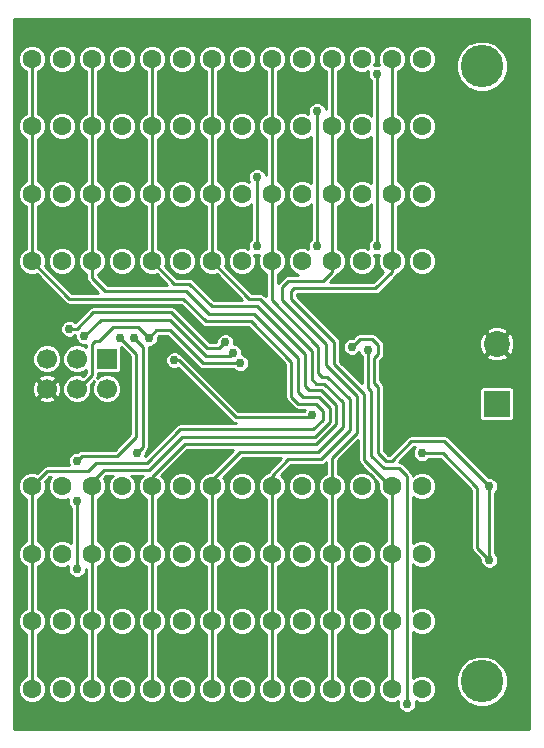
<source format=gbl>
%FSLAX34Y34*%
G04 Gerber Fmt 3.4, Leading zero omitted, Abs format*
G04 (created by PCBNEW (2014-03-18 BZR 4754)-product) date Tue 01 Apr 2014 07:49:35 PM CDT*
%MOIN*%
G01*
G70*
G90*
G04 APERTURE LIST*
%ADD10C,0.006000*%
%ADD11C,0.141732*%
%ADD12R,0.086614X0.086614*%
%ADD13C,0.086614*%
%ADD14C,0.062992*%
%ADD15R,0.066929X0.066929*%
%ADD16C,0.066929*%
%ADD17C,0.030000*%
%ADD18C,0.010000*%
G04 APERTURE END LIST*
G54D10*
G54D11*
X59750Y-51250D03*
X59750Y-30750D03*
G54D12*
X60250Y-42000D03*
G54D13*
X60250Y-40000D03*
G54D14*
X44750Y-30500D03*
X45750Y-30500D03*
X44750Y-32750D03*
X45750Y-32750D03*
X44750Y-35000D03*
X45750Y-35000D03*
X44750Y-37250D03*
X45750Y-37250D03*
X44750Y-44750D03*
X45750Y-44750D03*
X44750Y-47000D03*
X45750Y-47000D03*
X44750Y-49250D03*
X45750Y-49250D03*
X44750Y-51500D03*
X45750Y-51500D03*
X46750Y-30500D03*
X47750Y-30500D03*
X46750Y-32750D03*
X47750Y-32750D03*
X46750Y-35000D03*
X47750Y-35000D03*
X46750Y-37250D03*
X47750Y-37250D03*
X46750Y-44750D03*
X47750Y-44750D03*
X46750Y-47000D03*
X47750Y-47000D03*
X46750Y-49250D03*
X47750Y-49250D03*
X46750Y-51500D03*
X47750Y-51500D03*
X48750Y-30500D03*
X49750Y-30500D03*
X48750Y-32750D03*
X49750Y-32750D03*
X48750Y-35000D03*
X49750Y-35000D03*
X48750Y-37250D03*
X49750Y-37250D03*
X48750Y-44750D03*
X49750Y-44750D03*
X48750Y-47000D03*
X49750Y-47000D03*
X48750Y-49250D03*
X49750Y-49250D03*
X48750Y-51500D03*
X49750Y-51500D03*
X50750Y-30500D03*
X51750Y-30500D03*
X50750Y-32750D03*
X51750Y-32750D03*
X50750Y-35000D03*
X51750Y-35000D03*
X50750Y-37250D03*
X51750Y-37250D03*
X50750Y-44750D03*
X51750Y-44750D03*
X50750Y-47000D03*
X51750Y-47000D03*
X50750Y-49250D03*
X51750Y-49250D03*
X50750Y-51500D03*
X51750Y-51500D03*
X52750Y-30500D03*
X53750Y-30500D03*
X52750Y-32750D03*
X53750Y-32750D03*
X52750Y-35000D03*
X53750Y-35000D03*
X52750Y-37250D03*
X53750Y-37250D03*
X52750Y-44750D03*
X53750Y-44750D03*
X52750Y-47000D03*
X53750Y-47000D03*
X52750Y-49250D03*
X53750Y-49250D03*
X52750Y-51500D03*
X53750Y-51500D03*
X54750Y-30500D03*
X55750Y-30500D03*
X54750Y-32750D03*
X55750Y-32750D03*
X54750Y-35000D03*
X55750Y-35000D03*
X54750Y-37250D03*
X55750Y-37250D03*
X54750Y-44750D03*
X55750Y-44750D03*
X54750Y-47000D03*
X55750Y-47000D03*
X54750Y-49250D03*
X55750Y-49250D03*
X54750Y-51500D03*
X55750Y-51500D03*
X56750Y-30500D03*
X57750Y-30500D03*
X56750Y-32750D03*
X57750Y-32750D03*
X56750Y-35000D03*
X57750Y-35000D03*
X56750Y-37250D03*
X57750Y-37250D03*
X56750Y-44750D03*
X57750Y-44750D03*
X56750Y-47000D03*
X57750Y-47000D03*
X56750Y-49250D03*
X57750Y-49250D03*
X56750Y-51500D03*
X57750Y-51500D03*
G54D15*
X47250Y-40500D03*
G54D16*
X47250Y-41500D03*
X46250Y-40500D03*
X46250Y-41500D03*
X45250Y-40500D03*
X45250Y-41500D03*
G54D17*
X49500Y-40550D03*
X54100Y-42375D03*
X51700Y-40650D03*
X48650Y-39800D03*
X51450Y-40300D03*
X46500Y-39750D03*
X51200Y-39950D03*
X46000Y-39500D03*
X56250Y-36750D03*
X56250Y-31000D03*
X54250Y-36750D03*
X54250Y-32250D03*
X52250Y-36750D03*
X52250Y-34450D03*
X48250Y-43625D03*
X48150Y-39800D03*
X46250Y-43900D03*
X46250Y-45250D03*
X46250Y-47500D03*
X47700Y-39800D03*
X55950Y-40200D03*
X57250Y-52000D03*
X49400Y-41500D03*
X53050Y-40750D03*
X56600Y-41475D03*
X57750Y-43650D03*
X60000Y-47200D03*
X55425Y-40100D03*
X60000Y-44750D03*
G54D18*
X49500Y-40550D02*
X49650Y-40550D01*
X51550Y-42450D02*
X49650Y-40550D01*
X53125Y-42450D02*
X51550Y-42450D01*
X54025Y-42450D02*
X54100Y-42375D01*
X53125Y-42450D02*
X54025Y-42450D01*
X48900Y-39550D02*
X49350Y-39550D01*
X47450Y-39450D02*
X48300Y-39450D01*
X47000Y-39900D02*
X47450Y-39450D01*
X46850Y-39900D02*
X47000Y-39900D01*
X46750Y-40000D02*
X46850Y-39900D01*
X46750Y-41050D02*
X46750Y-40000D01*
X46300Y-41500D02*
X46750Y-41050D01*
X46300Y-41500D02*
X46250Y-41500D01*
X48300Y-39450D02*
X48650Y-39800D01*
X50450Y-40650D02*
X49350Y-39550D01*
X51700Y-40650D02*
X50450Y-40650D01*
X48650Y-39800D02*
X48900Y-39550D01*
X51450Y-40300D02*
X51350Y-40400D01*
X51350Y-40400D02*
X50550Y-40400D01*
X50550Y-40400D02*
X49350Y-39200D01*
X49350Y-39200D02*
X47500Y-39200D01*
X47050Y-39200D02*
X46500Y-39750D01*
X47500Y-39200D02*
X47050Y-39200D01*
X51200Y-39950D02*
X51000Y-40150D01*
X51000Y-40150D02*
X50600Y-40150D01*
X50600Y-40150D02*
X49400Y-38950D01*
X49400Y-38950D02*
X47250Y-38950D01*
X46800Y-38950D02*
X46250Y-39500D01*
X46250Y-39500D02*
X46000Y-39500D01*
X47250Y-38950D02*
X46800Y-38950D01*
X48575Y-43975D02*
X46900Y-43975D01*
X49700Y-42850D02*
X48575Y-43975D01*
X52950Y-42850D02*
X54125Y-42850D01*
X49950Y-42850D02*
X52950Y-42850D01*
X49950Y-42850D02*
X49700Y-42850D01*
X45250Y-44250D02*
X46625Y-44250D01*
X46625Y-44250D02*
X46900Y-43975D01*
X44750Y-44750D02*
X45250Y-44250D01*
X54450Y-42525D02*
X54450Y-42225D01*
X54125Y-42850D02*
X54450Y-42525D01*
X44750Y-47000D02*
X44750Y-44750D01*
X54225Y-42000D02*
X53625Y-42000D01*
X54450Y-42225D02*
X54225Y-42000D01*
X53400Y-41775D02*
X53400Y-40600D01*
X53625Y-42000D02*
X53400Y-41775D01*
X44750Y-49250D02*
X44750Y-47000D01*
X44750Y-51500D02*
X44750Y-49250D01*
X44750Y-32750D02*
X44750Y-30500D01*
X44750Y-35000D02*
X44750Y-32750D01*
X44750Y-37250D02*
X44750Y-35000D01*
X52050Y-39250D02*
X51900Y-39250D01*
X53400Y-40600D02*
X52050Y-39250D01*
X46000Y-38500D02*
X44750Y-37250D01*
X49800Y-38500D02*
X46000Y-38500D01*
X50550Y-39250D02*
X49800Y-38500D01*
X51900Y-39250D02*
X50550Y-39250D01*
X46750Y-51500D02*
X46750Y-49250D01*
X46750Y-49250D02*
X46750Y-47000D01*
X46750Y-44750D02*
X46750Y-47000D01*
X46750Y-44600D02*
X47150Y-44200D01*
X47150Y-44200D02*
X48650Y-44200D01*
X48650Y-44200D02*
X49750Y-43100D01*
X46750Y-44750D02*
X46750Y-44600D01*
X49750Y-43100D02*
X53700Y-43100D01*
X54175Y-43100D02*
X54675Y-42600D01*
X54675Y-42600D02*
X54675Y-42125D01*
X53700Y-43100D02*
X54175Y-43100D01*
X54675Y-42125D02*
X54325Y-41775D01*
X54325Y-41775D02*
X53800Y-41775D01*
X53800Y-41775D02*
X53625Y-41600D01*
X53625Y-41600D02*
X53625Y-40475D01*
X52150Y-39000D02*
X53625Y-40475D01*
X51750Y-39000D02*
X52150Y-39000D01*
X51750Y-39000D02*
X50650Y-39000D01*
X50650Y-39000D02*
X49900Y-38250D01*
X49900Y-38250D02*
X47200Y-38250D01*
X47200Y-38250D02*
X46750Y-37800D01*
X46750Y-37800D02*
X46750Y-37250D01*
X46750Y-37250D02*
X46750Y-35000D01*
X46750Y-32750D02*
X46750Y-35000D01*
X46750Y-30500D02*
X46750Y-32750D01*
X48750Y-47000D02*
X48750Y-44750D01*
X49850Y-43350D02*
X53625Y-43350D01*
X48750Y-44450D02*
X49850Y-43350D01*
X48750Y-44750D02*
X48750Y-44450D01*
X54225Y-43350D02*
X54900Y-42675D01*
X54900Y-42675D02*
X54900Y-42050D01*
X54900Y-42050D02*
X54400Y-41550D01*
X54400Y-41550D02*
X54000Y-41550D01*
X53625Y-43350D02*
X54225Y-43350D01*
X54000Y-41550D02*
X53850Y-41399D01*
X53850Y-41399D02*
X53850Y-40350D01*
X52250Y-38750D02*
X53850Y-40350D01*
X51800Y-38750D02*
X52250Y-38750D01*
X48750Y-49250D02*
X48750Y-47000D01*
X51800Y-38750D02*
X50750Y-38750D01*
X50750Y-38750D02*
X50000Y-38000D01*
X48750Y-51500D02*
X48750Y-49250D01*
X50000Y-38000D02*
X49500Y-38000D01*
X48750Y-32750D02*
X48750Y-30500D01*
X48750Y-35000D02*
X48750Y-32750D01*
X48750Y-37250D02*
X48750Y-35000D01*
X49500Y-38000D02*
X48750Y-37250D01*
X50750Y-49250D02*
X50750Y-51500D01*
X50750Y-47000D02*
X50750Y-49250D01*
X50750Y-44750D02*
X50750Y-47000D01*
X51700Y-43600D02*
X53925Y-43600D01*
X50750Y-44550D02*
X51700Y-43600D01*
X50750Y-44750D02*
X50750Y-44550D01*
X54300Y-43600D02*
X55125Y-42775D01*
X55125Y-42775D02*
X55125Y-41950D01*
X55125Y-41950D02*
X54500Y-41325D01*
X54500Y-41325D02*
X54225Y-41325D01*
X53925Y-43600D02*
X54300Y-43600D01*
X54225Y-41325D02*
X54075Y-41174D01*
X54075Y-41174D02*
X54075Y-40225D01*
X52350Y-38500D02*
X54075Y-40225D01*
X52100Y-38500D02*
X52350Y-38500D01*
X52100Y-38500D02*
X52000Y-38500D01*
X50750Y-30500D02*
X50750Y-32750D01*
X50750Y-32750D02*
X50750Y-35000D01*
X50750Y-35000D02*
X50750Y-37250D01*
X52000Y-38500D02*
X50750Y-37250D01*
X52750Y-44750D02*
X52750Y-44400D01*
X52750Y-47000D02*
X52750Y-44750D01*
X52750Y-44400D02*
X53300Y-43850D01*
X53300Y-43850D02*
X53500Y-43850D01*
X52750Y-49250D02*
X52750Y-47000D01*
X53500Y-43850D02*
X54375Y-43850D01*
X54375Y-43850D02*
X55350Y-42875D01*
X52750Y-51500D02*
X52750Y-49250D01*
X55350Y-42875D02*
X55350Y-41850D01*
X55350Y-41850D02*
X54600Y-41100D01*
X54600Y-41100D02*
X54425Y-41100D01*
X54425Y-41100D02*
X54300Y-40974D01*
X54300Y-40100D02*
X52750Y-38550D01*
X54300Y-40974D02*
X54300Y-40100D01*
X52750Y-38550D02*
X52750Y-37250D01*
X52750Y-37250D02*
X52750Y-35000D01*
X52750Y-35000D02*
X52750Y-32750D01*
X52750Y-32750D02*
X52750Y-30500D01*
X54750Y-49250D02*
X54750Y-51500D01*
X54750Y-47000D02*
X54750Y-49250D01*
X54750Y-44750D02*
X54750Y-47000D01*
X54750Y-44750D02*
X54750Y-43800D01*
X54750Y-43800D02*
X55575Y-42975D01*
X55575Y-42975D02*
X55575Y-41750D01*
X55575Y-41750D02*
X54546Y-40721D01*
X54546Y-40721D02*
X54546Y-39996D01*
X53100Y-38550D02*
X54546Y-39996D01*
X53100Y-38100D02*
X53100Y-38550D01*
X53300Y-37900D02*
X53100Y-38100D01*
X54450Y-37900D02*
X53300Y-37900D01*
X54750Y-37600D02*
X54450Y-37900D01*
X54750Y-30500D02*
X54750Y-32750D01*
X54750Y-32750D02*
X54750Y-35000D01*
X54750Y-35000D02*
X54750Y-37250D01*
X54750Y-37250D02*
X54750Y-37600D01*
X56700Y-44750D02*
X55825Y-43875D01*
X56750Y-47000D02*
X56750Y-44750D01*
X56750Y-44750D02*
X56700Y-44750D01*
X55825Y-43875D02*
X55825Y-41675D01*
X55825Y-41675D02*
X54825Y-40675D01*
X56750Y-49250D02*
X56750Y-47000D01*
X54825Y-40675D02*
X54825Y-39925D01*
X53400Y-38250D02*
X53400Y-38500D01*
X53500Y-38150D02*
X53400Y-38250D01*
X53400Y-38500D02*
X54825Y-39925D01*
X56750Y-51500D02*
X56750Y-49250D01*
X56200Y-38150D02*
X53500Y-38150D01*
X56750Y-37600D02*
X56200Y-38150D01*
X56750Y-35000D02*
X56750Y-32750D01*
X56750Y-32750D02*
X56750Y-30500D01*
X56750Y-37250D02*
X56750Y-35000D01*
X56750Y-37250D02*
X56750Y-37600D01*
X56250Y-36750D02*
X56250Y-35750D01*
X56250Y-35750D02*
X56250Y-31000D01*
X54250Y-35750D02*
X54250Y-32250D01*
X54250Y-36750D02*
X54250Y-35750D01*
X52250Y-36000D02*
X52250Y-34450D01*
X52250Y-36750D02*
X52250Y-36000D01*
X48450Y-40700D02*
X48450Y-43425D01*
X48450Y-43425D02*
X48250Y-43625D01*
X48150Y-39800D02*
X48450Y-40100D01*
X48450Y-40100D02*
X48450Y-40700D01*
X48225Y-40600D02*
X48225Y-42925D01*
X48225Y-43100D02*
X47600Y-43725D01*
X47600Y-43725D02*
X46425Y-43725D01*
X46425Y-43725D02*
X46250Y-43900D01*
X46250Y-45250D02*
X46250Y-47000D01*
X48225Y-42925D02*
X48225Y-43100D01*
X46250Y-47000D02*
X46250Y-47500D01*
X48225Y-40325D02*
X47700Y-39800D01*
X48225Y-40600D02*
X48225Y-40325D01*
X56475Y-44150D02*
X57000Y-44150D01*
X56050Y-43725D02*
X56475Y-44150D01*
X56050Y-41575D02*
X56050Y-43725D01*
X55950Y-41475D02*
X56050Y-41575D01*
X57250Y-44400D02*
X57000Y-44150D01*
X57250Y-46325D02*
X57250Y-44400D01*
X57250Y-46325D02*
X57250Y-51100D01*
X57250Y-51100D02*
X57250Y-52000D01*
X55950Y-40200D02*
X55950Y-41475D01*
X57750Y-43650D02*
X58450Y-43650D01*
X59600Y-46800D02*
X60000Y-47200D01*
X59600Y-44800D02*
X59600Y-46800D01*
X58450Y-43650D02*
X59600Y-44800D01*
X60000Y-47200D02*
X60000Y-44750D01*
X56275Y-42900D02*
X56275Y-43625D01*
X57400Y-43250D02*
X58200Y-43250D01*
X56750Y-43900D02*
X57400Y-43250D01*
X56550Y-43900D02*
X56750Y-43900D01*
X56275Y-43625D02*
X56550Y-43900D01*
X56275Y-42900D02*
X56275Y-41425D01*
X55425Y-40100D02*
X55675Y-39850D01*
X55675Y-39850D02*
X56100Y-39850D01*
X56100Y-39850D02*
X56300Y-40050D01*
X56300Y-40050D02*
X56300Y-40325D01*
X56300Y-40325D02*
X56150Y-40475D01*
X56150Y-40475D02*
X56150Y-41300D01*
X56150Y-41300D02*
X56275Y-41425D01*
X58500Y-43250D02*
X58200Y-43250D01*
X60000Y-44750D02*
X58500Y-43250D01*
G54D10*
G36*
X61330Y-52830D02*
X60833Y-52830D01*
X60833Y-40114D01*
X60832Y-39882D01*
X60745Y-39671D01*
X60661Y-39624D01*
X60625Y-39659D01*
X60625Y-39588D01*
X60608Y-39558D01*
X60608Y-30579D01*
X60478Y-30264D01*
X60237Y-30022D01*
X59921Y-29891D01*
X59579Y-29891D01*
X59264Y-30021D01*
X59022Y-30262D01*
X58891Y-30578D01*
X58891Y-30920D01*
X59021Y-31235D01*
X59262Y-31477D01*
X59578Y-31608D01*
X59920Y-31608D01*
X60235Y-31478D01*
X60477Y-31237D01*
X60608Y-30921D01*
X60608Y-30579D01*
X60608Y-39558D01*
X60578Y-39504D01*
X60364Y-39416D01*
X60132Y-39417D01*
X59921Y-39504D01*
X59874Y-39588D01*
X60250Y-39964D01*
X60625Y-39588D01*
X60625Y-39659D01*
X60285Y-40000D01*
X60661Y-40375D01*
X60745Y-40328D01*
X60833Y-40114D01*
X60833Y-52830D01*
X60833Y-52830D01*
X60833Y-42462D01*
X60833Y-42403D01*
X60833Y-41537D01*
X60810Y-41481D01*
X60768Y-41439D01*
X60712Y-41416D01*
X60653Y-41416D01*
X60625Y-41416D01*
X60625Y-40411D01*
X60250Y-40035D01*
X60214Y-40070D01*
X60214Y-40000D01*
X59838Y-39624D01*
X59754Y-39671D01*
X59666Y-39885D01*
X59667Y-40117D01*
X59754Y-40328D01*
X59838Y-40375D01*
X60214Y-40000D01*
X60214Y-40070D01*
X59874Y-40411D01*
X59921Y-40495D01*
X60135Y-40583D01*
X60367Y-40582D01*
X60578Y-40495D01*
X60625Y-40411D01*
X60625Y-41416D01*
X59787Y-41416D01*
X59731Y-41439D01*
X59689Y-41481D01*
X59666Y-41537D01*
X59666Y-41596D01*
X59666Y-42462D01*
X59689Y-42518D01*
X59731Y-42560D01*
X59787Y-42583D01*
X59846Y-42583D01*
X60712Y-42583D01*
X60768Y-42560D01*
X60810Y-42518D01*
X60833Y-42462D01*
X60833Y-52830D01*
X60608Y-52830D01*
X60608Y-51079D01*
X60478Y-50764D01*
X60300Y-50585D01*
X60300Y-47140D01*
X60254Y-47030D01*
X60200Y-46975D01*
X60200Y-44974D01*
X60254Y-44920D01*
X60299Y-44809D01*
X60300Y-44690D01*
X60254Y-44580D01*
X60170Y-44495D01*
X60059Y-44450D01*
X59982Y-44449D01*
X58641Y-43108D01*
X58576Y-43065D01*
X58500Y-43050D01*
X58215Y-43050D01*
X58215Y-37157D01*
X58215Y-34907D01*
X58215Y-32657D01*
X58215Y-30407D01*
X58144Y-30236D01*
X58013Y-30106D01*
X57842Y-30035D01*
X57657Y-30034D01*
X57486Y-30105D01*
X57356Y-30236D01*
X57285Y-30407D01*
X57284Y-30592D01*
X57355Y-30763D01*
X57486Y-30893D01*
X57657Y-30964D01*
X57842Y-30965D01*
X58013Y-30894D01*
X58143Y-30763D01*
X58214Y-30592D01*
X58215Y-30407D01*
X58215Y-32657D01*
X58144Y-32486D01*
X58013Y-32356D01*
X57842Y-32285D01*
X57657Y-32284D01*
X57486Y-32355D01*
X57356Y-32486D01*
X57285Y-32657D01*
X57284Y-32842D01*
X57355Y-33013D01*
X57486Y-33143D01*
X57657Y-33214D01*
X57842Y-33215D01*
X58013Y-33144D01*
X58143Y-33013D01*
X58214Y-32842D01*
X58215Y-32657D01*
X58215Y-34907D01*
X58144Y-34736D01*
X58013Y-34606D01*
X57842Y-34535D01*
X57657Y-34534D01*
X57486Y-34605D01*
X57356Y-34736D01*
X57285Y-34907D01*
X57284Y-35092D01*
X57355Y-35263D01*
X57486Y-35393D01*
X57657Y-35464D01*
X57842Y-35465D01*
X58013Y-35394D01*
X58143Y-35263D01*
X58214Y-35092D01*
X58215Y-34907D01*
X58215Y-37157D01*
X58144Y-36986D01*
X58013Y-36856D01*
X57842Y-36785D01*
X57657Y-36784D01*
X57486Y-36855D01*
X57356Y-36986D01*
X57285Y-37157D01*
X57284Y-37342D01*
X57355Y-37513D01*
X57486Y-37643D01*
X57657Y-37714D01*
X57842Y-37715D01*
X58013Y-37644D01*
X58143Y-37513D01*
X58214Y-37342D01*
X58215Y-37157D01*
X58215Y-43050D01*
X58200Y-43050D01*
X57400Y-43050D01*
X57323Y-43065D01*
X57258Y-43108D01*
X56667Y-43700D01*
X56632Y-43700D01*
X56475Y-43542D01*
X56475Y-42900D01*
X56475Y-41425D01*
X56459Y-41348D01*
X56416Y-41283D01*
X56350Y-41217D01*
X56350Y-40557D01*
X56441Y-40466D01*
X56441Y-40466D01*
X56484Y-40401D01*
X56500Y-40325D01*
X56500Y-40050D01*
X56484Y-39973D01*
X56484Y-39973D01*
X56470Y-39951D01*
X56441Y-39908D01*
X56441Y-39908D01*
X56241Y-39708D01*
X56176Y-39665D01*
X56100Y-39650D01*
X55675Y-39650D01*
X55598Y-39665D01*
X55533Y-39708D01*
X55442Y-39800D01*
X55365Y-39799D01*
X55255Y-39845D01*
X55170Y-39929D01*
X55125Y-40040D01*
X55124Y-40159D01*
X55170Y-40269D01*
X55254Y-40354D01*
X55365Y-40399D01*
X55484Y-40400D01*
X55594Y-40354D01*
X55661Y-40287D01*
X55695Y-40369D01*
X55750Y-40424D01*
X55750Y-41317D01*
X55025Y-40592D01*
X55025Y-39925D01*
X55009Y-39848D01*
X54966Y-39783D01*
X53600Y-38417D01*
X53600Y-38350D01*
X56200Y-38350D01*
X56276Y-38334D01*
X56341Y-38291D01*
X56891Y-37741D01*
X56934Y-37676D01*
X56934Y-37676D01*
X57013Y-37644D01*
X57143Y-37513D01*
X57214Y-37342D01*
X57215Y-37157D01*
X57144Y-36986D01*
X57013Y-36856D01*
X56950Y-36829D01*
X56950Y-35420D01*
X57013Y-35394D01*
X57143Y-35263D01*
X57214Y-35092D01*
X57215Y-34907D01*
X57144Y-34736D01*
X57013Y-34606D01*
X56950Y-34579D01*
X56950Y-33170D01*
X57013Y-33144D01*
X57143Y-33013D01*
X57214Y-32842D01*
X57215Y-32657D01*
X57144Y-32486D01*
X57013Y-32356D01*
X56950Y-32329D01*
X56950Y-30920D01*
X57013Y-30894D01*
X57143Y-30763D01*
X57214Y-30592D01*
X57215Y-30407D01*
X57144Y-30236D01*
X57013Y-30106D01*
X56842Y-30035D01*
X56657Y-30034D01*
X56486Y-30105D01*
X56356Y-30236D01*
X56285Y-30407D01*
X56284Y-30592D01*
X56333Y-30709D01*
X56309Y-30700D01*
X56190Y-30699D01*
X56166Y-30710D01*
X56214Y-30592D01*
X56215Y-30407D01*
X56144Y-30236D01*
X56013Y-30106D01*
X55842Y-30035D01*
X55657Y-30034D01*
X55486Y-30105D01*
X55356Y-30236D01*
X55285Y-30407D01*
X55284Y-30592D01*
X55355Y-30763D01*
X55486Y-30893D01*
X55657Y-30964D01*
X55842Y-30965D01*
X55959Y-30916D01*
X55950Y-30940D01*
X55949Y-31059D01*
X55995Y-31169D01*
X56050Y-31224D01*
X56050Y-32392D01*
X56013Y-32356D01*
X55842Y-32285D01*
X55657Y-32284D01*
X55486Y-32355D01*
X55356Y-32486D01*
X55285Y-32657D01*
X55284Y-32842D01*
X55355Y-33013D01*
X55486Y-33143D01*
X55657Y-33214D01*
X55842Y-33215D01*
X56013Y-33144D01*
X56050Y-33107D01*
X56050Y-34642D01*
X56013Y-34606D01*
X55842Y-34535D01*
X55657Y-34534D01*
X55486Y-34605D01*
X55356Y-34736D01*
X55285Y-34907D01*
X55284Y-35092D01*
X55355Y-35263D01*
X55486Y-35393D01*
X55657Y-35464D01*
X55842Y-35465D01*
X56013Y-35394D01*
X56050Y-35357D01*
X56050Y-35750D01*
X56050Y-36525D01*
X55995Y-36579D01*
X55950Y-36690D01*
X55949Y-36809D01*
X55960Y-36833D01*
X55842Y-36785D01*
X55657Y-36784D01*
X55486Y-36855D01*
X55356Y-36986D01*
X55285Y-37157D01*
X55284Y-37342D01*
X55355Y-37513D01*
X55486Y-37643D01*
X55657Y-37714D01*
X55842Y-37715D01*
X56013Y-37644D01*
X56143Y-37513D01*
X56214Y-37342D01*
X56215Y-37157D01*
X56166Y-37040D01*
X56190Y-37049D01*
X56309Y-37050D01*
X56333Y-37039D01*
X56285Y-37157D01*
X56284Y-37342D01*
X56355Y-37513D01*
X56454Y-37612D01*
X56117Y-37950D01*
X54682Y-37950D01*
X54891Y-37741D01*
X54934Y-37676D01*
X55013Y-37644D01*
X55143Y-37513D01*
X55214Y-37342D01*
X55215Y-37157D01*
X55144Y-36986D01*
X55013Y-36856D01*
X54950Y-36829D01*
X54950Y-35420D01*
X55013Y-35394D01*
X55143Y-35263D01*
X55214Y-35092D01*
X55215Y-34907D01*
X55144Y-34736D01*
X55013Y-34606D01*
X54950Y-34579D01*
X54950Y-33170D01*
X55013Y-33144D01*
X55143Y-33013D01*
X55214Y-32842D01*
X55215Y-32657D01*
X55144Y-32486D01*
X55013Y-32356D01*
X54950Y-32329D01*
X54950Y-30920D01*
X55013Y-30894D01*
X55143Y-30763D01*
X55214Y-30592D01*
X55215Y-30407D01*
X55144Y-30236D01*
X55013Y-30106D01*
X54842Y-30035D01*
X54657Y-30034D01*
X54486Y-30105D01*
X54356Y-30236D01*
X54285Y-30407D01*
X54284Y-30592D01*
X54355Y-30763D01*
X54486Y-30893D01*
X54550Y-30920D01*
X54550Y-32190D01*
X54504Y-32080D01*
X54420Y-31995D01*
X54309Y-31950D01*
X54215Y-31949D01*
X54215Y-30407D01*
X54144Y-30236D01*
X54013Y-30106D01*
X53842Y-30035D01*
X53657Y-30034D01*
X53486Y-30105D01*
X53356Y-30236D01*
X53285Y-30407D01*
X53284Y-30592D01*
X53355Y-30763D01*
X53486Y-30893D01*
X53657Y-30964D01*
X53842Y-30965D01*
X54013Y-30894D01*
X54143Y-30763D01*
X54214Y-30592D01*
X54215Y-30407D01*
X54215Y-31949D01*
X54190Y-31949D01*
X54080Y-31995D01*
X53995Y-32079D01*
X53950Y-32190D01*
X53949Y-32309D01*
X53960Y-32333D01*
X53842Y-32285D01*
X53657Y-32284D01*
X53486Y-32355D01*
X53356Y-32486D01*
X53285Y-32657D01*
X53284Y-32842D01*
X53355Y-33013D01*
X53486Y-33143D01*
X53657Y-33214D01*
X53842Y-33215D01*
X54013Y-33144D01*
X54050Y-33107D01*
X54050Y-34642D01*
X54013Y-34606D01*
X53842Y-34535D01*
X53657Y-34534D01*
X53486Y-34605D01*
X53356Y-34736D01*
X53285Y-34907D01*
X53284Y-35092D01*
X53355Y-35263D01*
X53486Y-35393D01*
X53657Y-35464D01*
X53842Y-35465D01*
X54013Y-35394D01*
X54050Y-35357D01*
X54050Y-35750D01*
X54050Y-36525D01*
X53995Y-36579D01*
X53950Y-36690D01*
X53949Y-36809D01*
X53960Y-36833D01*
X53842Y-36785D01*
X53657Y-36784D01*
X53486Y-36855D01*
X53356Y-36986D01*
X53285Y-37157D01*
X53284Y-37342D01*
X53355Y-37513D01*
X53486Y-37643D01*
X53621Y-37700D01*
X53300Y-37700D01*
X53223Y-37715D01*
X53201Y-37729D01*
X53158Y-37758D01*
X52958Y-37958D01*
X52950Y-37971D01*
X52950Y-37670D01*
X53013Y-37644D01*
X53143Y-37513D01*
X53214Y-37342D01*
X53215Y-37157D01*
X53144Y-36986D01*
X53013Y-36856D01*
X52950Y-36829D01*
X52950Y-35420D01*
X53013Y-35394D01*
X53143Y-35263D01*
X53214Y-35092D01*
X53215Y-34907D01*
X53144Y-34736D01*
X53013Y-34606D01*
X52950Y-34579D01*
X52950Y-33170D01*
X53013Y-33144D01*
X53143Y-33013D01*
X53214Y-32842D01*
X53215Y-32657D01*
X53144Y-32486D01*
X53013Y-32356D01*
X52950Y-32329D01*
X52950Y-30920D01*
X53013Y-30894D01*
X53143Y-30763D01*
X53214Y-30592D01*
X53215Y-30407D01*
X53144Y-30236D01*
X53013Y-30106D01*
X52842Y-30035D01*
X52657Y-30034D01*
X52486Y-30105D01*
X52356Y-30236D01*
X52285Y-30407D01*
X52284Y-30592D01*
X52355Y-30763D01*
X52486Y-30893D01*
X52550Y-30920D01*
X52550Y-32329D01*
X52486Y-32355D01*
X52356Y-32486D01*
X52285Y-32657D01*
X52284Y-32842D01*
X52355Y-33013D01*
X52486Y-33143D01*
X52550Y-33170D01*
X52550Y-34390D01*
X52504Y-34280D01*
X52420Y-34195D01*
X52309Y-34150D01*
X52215Y-34149D01*
X52215Y-32657D01*
X52215Y-30407D01*
X52144Y-30236D01*
X52013Y-30106D01*
X51842Y-30035D01*
X51657Y-30034D01*
X51486Y-30105D01*
X51356Y-30236D01*
X51285Y-30407D01*
X51284Y-30592D01*
X51355Y-30763D01*
X51486Y-30893D01*
X51657Y-30964D01*
X51842Y-30965D01*
X52013Y-30894D01*
X52143Y-30763D01*
X52214Y-30592D01*
X52215Y-30407D01*
X52215Y-32657D01*
X52144Y-32486D01*
X52013Y-32356D01*
X51842Y-32285D01*
X51657Y-32284D01*
X51486Y-32355D01*
X51356Y-32486D01*
X51285Y-32657D01*
X51284Y-32842D01*
X51355Y-33013D01*
X51486Y-33143D01*
X51657Y-33214D01*
X51842Y-33215D01*
X52013Y-33144D01*
X52143Y-33013D01*
X52214Y-32842D01*
X52215Y-32657D01*
X52215Y-34149D01*
X52190Y-34149D01*
X52080Y-34195D01*
X51995Y-34279D01*
X51950Y-34390D01*
X51949Y-34509D01*
X51984Y-34594D01*
X51842Y-34535D01*
X51657Y-34534D01*
X51486Y-34605D01*
X51356Y-34736D01*
X51285Y-34907D01*
X51284Y-35092D01*
X51355Y-35263D01*
X51486Y-35393D01*
X51657Y-35464D01*
X51842Y-35465D01*
X52013Y-35394D01*
X52050Y-35357D01*
X52050Y-36000D01*
X52050Y-36525D01*
X51995Y-36579D01*
X51950Y-36690D01*
X51949Y-36809D01*
X51960Y-36833D01*
X51842Y-36785D01*
X51657Y-36784D01*
X51486Y-36855D01*
X51356Y-36986D01*
X51285Y-37157D01*
X51284Y-37342D01*
X51355Y-37513D01*
X51486Y-37643D01*
X51657Y-37714D01*
X51842Y-37715D01*
X52013Y-37644D01*
X52143Y-37513D01*
X52214Y-37342D01*
X52215Y-37157D01*
X52166Y-37040D01*
X52190Y-37049D01*
X52309Y-37050D01*
X52333Y-37039D01*
X52285Y-37157D01*
X52284Y-37342D01*
X52355Y-37513D01*
X52486Y-37643D01*
X52550Y-37670D01*
X52550Y-38417D01*
X52491Y-38358D01*
X52426Y-38315D01*
X52350Y-38300D01*
X52100Y-38300D01*
X52082Y-38300D01*
X51188Y-37405D01*
X51214Y-37342D01*
X51215Y-37157D01*
X51144Y-36986D01*
X51013Y-36856D01*
X50950Y-36829D01*
X50950Y-35420D01*
X51013Y-35394D01*
X51143Y-35263D01*
X51214Y-35092D01*
X51215Y-34907D01*
X51144Y-34736D01*
X51013Y-34606D01*
X50950Y-34579D01*
X50950Y-33170D01*
X51013Y-33144D01*
X51143Y-33013D01*
X51214Y-32842D01*
X51215Y-32657D01*
X51144Y-32486D01*
X51013Y-32356D01*
X50950Y-32329D01*
X50950Y-30920D01*
X51013Y-30894D01*
X51143Y-30763D01*
X51214Y-30592D01*
X51215Y-30407D01*
X51144Y-30236D01*
X51013Y-30106D01*
X50842Y-30035D01*
X50657Y-30034D01*
X50486Y-30105D01*
X50356Y-30236D01*
X50285Y-30407D01*
X50284Y-30592D01*
X50355Y-30763D01*
X50486Y-30893D01*
X50550Y-30920D01*
X50550Y-32329D01*
X50486Y-32355D01*
X50356Y-32486D01*
X50285Y-32657D01*
X50284Y-32842D01*
X50355Y-33013D01*
X50486Y-33143D01*
X50550Y-33170D01*
X50550Y-34579D01*
X50486Y-34605D01*
X50356Y-34736D01*
X50285Y-34907D01*
X50284Y-35092D01*
X50355Y-35263D01*
X50486Y-35393D01*
X50550Y-35420D01*
X50550Y-36829D01*
X50486Y-36855D01*
X50356Y-36986D01*
X50285Y-37157D01*
X50284Y-37342D01*
X50355Y-37513D01*
X50486Y-37643D01*
X50657Y-37714D01*
X50842Y-37715D01*
X50905Y-37688D01*
X51767Y-38550D01*
X50832Y-38550D01*
X50215Y-37932D01*
X50215Y-37157D01*
X50215Y-34907D01*
X50215Y-32657D01*
X50215Y-30407D01*
X50144Y-30236D01*
X50013Y-30106D01*
X49842Y-30035D01*
X49657Y-30034D01*
X49486Y-30105D01*
X49356Y-30236D01*
X49285Y-30407D01*
X49284Y-30592D01*
X49355Y-30763D01*
X49486Y-30893D01*
X49657Y-30964D01*
X49842Y-30965D01*
X50013Y-30894D01*
X50143Y-30763D01*
X50214Y-30592D01*
X50215Y-30407D01*
X50215Y-32657D01*
X50144Y-32486D01*
X50013Y-32356D01*
X49842Y-32285D01*
X49657Y-32284D01*
X49486Y-32355D01*
X49356Y-32486D01*
X49285Y-32657D01*
X49284Y-32842D01*
X49355Y-33013D01*
X49486Y-33143D01*
X49657Y-33214D01*
X49842Y-33215D01*
X50013Y-33144D01*
X50143Y-33013D01*
X50214Y-32842D01*
X50215Y-32657D01*
X50215Y-34907D01*
X50144Y-34736D01*
X50013Y-34606D01*
X49842Y-34535D01*
X49657Y-34534D01*
X49486Y-34605D01*
X49356Y-34736D01*
X49285Y-34907D01*
X49284Y-35092D01*
X49355Y-35263D01*
X49486Y-35393D01*
X49657Y-35464D01*
X49842Y-35465D01*
X50013Y-35394D01*
X50143Y-35263D01*
X50214Y-35092D01*
X50215Y-34907D01*
X50215Y-37157D01*
X50144Y-36986D01*
X50013Y-36856D01*
X49842Y-36785D01*
X49657Y-36784D01*
X49486Y-36855D01*
X49356Y-36986D01*
X49285Y-37157D01*
X49284Y-37342D01*
X49355Y-37513D01*
X49486Y-37643D01*
X49657Y-37714D01*
X49842Y-37715D01*
X50013Y-37644D01*
X50143Y-37513D01*
X50214Y-37342D01*
X50215Y-37157D01*
X50215Y-37932D01*
X50141Y-37858D01*
X50076Y-37815D01*
X50000Y-37800D01*
X49582Y-37800D01*
X49188Y-37405D01*
X49214Y-37342D01*
X49215Y-37157D01*
X49144Y-36986D01*
X49013Y-36856D01*
X48950Y-36829D01*
X48950Y-35420D01*
X49013Y-35394D01*
X49143Y-35263D01*
X49214Y-35092D01*
X49215Y-34907D01*
X49144Y-34736D01*
X49013Y-34606D01*
X48950Y-34579D01*
X48950Y-33170D01*
X49013Y-33144D01*
X49143Y-33013D01*
X49214Y-32842D01*
X49215Y-32657D01*
X49144Y-32486D01*
X49013Y-32356D01*
X48950Y-32329D01*
X48950Y-30920D01*
X49013Y-30894D01*
X49143Y-30763D01*
X49214Y-30592D01*
X49215Y-30407D01*
X49144Y-30236D01*
X49013Y-30106D01*
X48842Y-30035D01*
X48657Y-30034D01*
X48486Y-30105D01*
X48356Y-30236D01*
X48285Y-30407D01*
X48284Y-30592D01*
X48355Y-30763D01*
X48486Y-30893D01*
X48550Y-30920D01*
X48550Y-32329D01*
X48486Y-32355D01*
X48356Y-32486D01*
X48285Y-32657D01*
X48284Y-32842D01*
X48355Y-33013D01*
X48486Y-33143D01*
X48550Y-33170D01*
X48550Y-34579D01*
X48486Y-34605D01*
X48356Y-34736D01*
X48285Y-34907D01*
X48284Y-35092D01*
X48355Y-35263D01*
X48486Y-35393D01*
X48550Y-35420D01*
X48550Y-36829D01*
X48486Y-36855D01*
X48356Y-36986D01*
X48285Y-37157D01*
X48284Y-37342D01*
X48355Y-37513D01*
X48486Y-37643D01*
X48657Y-37714D01*
X48842Y-37715D01*
X48905Y-37688D01*
X49267Y-38050D01*
X48215Y-38050D01*
X48215Y-37157D01*
X48215Y-34907D01*
X48215Y-32657D01*
X48215Y-30407D01*
X48144Y-30236D01*
X48013Y-30106D01*
X47842Y-30035D01*
X47657Y-30034D01*
X47486Y-30105D01*
X47356Y-30236D01*
X47285Y-30407D01*
X47284Y-30592D01*
X47355Y-30763D01*
X47486Y-30893D01*
X47657Y-30964D01*
X47842Y-30965D01*
X48013Y-30894D01*
X48143Y-30763D01*
X48214Y-30592D01*
X48215Y-30407D01*
X48215Y-32657D01*
X48144Y-32486D01*
X48013Y-32356D01*
X47842Y-32285D01*
X47657Y-32284D01*
X47486Y-32355D01*
X47356Y-32486D01*
X47285Y-32657D01*
X47284Y-32842D01*
X47355Y-33013D01*
X47486Y-33143D01*
X47657Y-33214D01*
X47842Y-33215D01*
X48013Y-33144D01*
X48143Y-33013D01*
X48214Y-32842D01*
X48215Y-32657D01*
X48215Y-34907D01*
X48144Y-34736D01*
X48013Y-34606D01*
X47842Y-34535D01*
X47657Y-34534D01*
X47486Y-34605D01*
X47356Y-34736D01*
X47285Y-34907D01*
X47284Y-35092D01*
X47355Y-35263D01*
X47486Y-35393D01*
X47657Y-35464D01*
X47842Y-35465D01*
X48013Y-35394D01*
X48143Y-35263D01*
X48214Y-35092D01*
X48215Y-34907D01*
X48215Y-37157D01*
X48144Y-36986D01*
X48013Y-36856D01*
X47842Y-36785D01*
X47657Y-36784D01*
X47486Y-36855D01*
X47356Y-36986D01*
X47285Y-37157D01*
X47284Y-37342D01*
X47355Y-37513D01*
X47486Y-37643D01*
X47657Y-37714D01*
X47842Y-37715D01*
X48013Y-37644D01*
X48143Y-37513D01*
X48214Y-37342D01*
X48215Y-37157D01*
X48215Y-38050D01*
X47282Y-38050D01*
X46950Y-37717D01*
X46950Y-37670D01*
X47013Y-37644D01*
X47143Y-37513D01*
X47214Y-37342D01*
X47215Y-37157D01*
X47144Y-36986D01*
X47013Y-36856D01*
X46950Y-36829D01*
X46950Y-35420D01*
X47013Y-35394D01*
X47143Y-35263D01*
X47214Y-35092D01*
X47215Y-34907D01*
X47144Y-34736D01*
X47013Y-34606D01*
X46950Y-34579D01*
X46950Y-33170D01*
X47013Y-33144D01*
X47143Y-33013D01*
X47214Y-32842D01*
X47215Y-32657D01*
X47144Y-32486D01*
X47013Y-32356D01*
X46950Y-32329D01*
X46950Y-30920D01*
X47013Y-30894D01*
X47143Y-30763D01*
X47214Y-30592D01*
X47215Y-30407D01*
X47144Y-30236D01*
X47013Y-30106D01*
X46842Y-30035D01*
X46657Y-30034D01*
X46486Y-30105D01*
X46356Y-30236D01*
X46285Y-30407D01*
X46284Y-30592D01*
X46355Y-30763D01*
X46486Y-30893D01*
X46550Y-30920D01*
X46550Y-32329D01*
X46486Y-32355D01*
X46356Y-32486D01*
X46285Y-32657D01*
X46284Y-32842D01*
X46355Y-33013D01*
X46486Y-33143D01*
X46550Y-33170D01*
X46550Y-34579D01*
X46486Y-34605D01*
X46356Y-34736D01*
X46285Y-34907D01*
X46284Y-35092D01*
X46355Y-35263D01*
X46486Y-35393D01*
X46550Y-35420D01*
X46550Y-36829D01*
X46486Y-36855D01*
X46356Y-36986D01*
X46285Y-37157D01*
X46284Y-37342D01*
X46355Y-37513D01*
X46486Y-37643D01*
X46550Y-37670D01*
X46550Y-37800D01*
X46565Y-37876D01*
X46608Y-37941D01*
X46967Y-38300D01*
X46215Y-38300D01*
X46215Y-37157D01*
X46215Y-34907D01*
X46215Y-32657D01*
X46215Y-30407D01*
X46144Y-30236D01*
X46013Y-30106D01*
X45842Y-30035D01*
X45657Y-30034D01*
X45486Y-30105D01*
X45356Y-30236D01*
X45285Y-30407D01*
X45284Y-30592D01*
X45355Y-30763D01*
X45486Y-30893D01*
X45657Y-30964D01*
X45842Y-30965D01*
X46013Y-30894D01*
X46143Y-30763D01*
X46214Y-30592D01*
X46215Y-30407D01*
X46215Y-32657D01*
X46144Y-32486D01*
X46013Y-32356D01*
X45842Y-32285D01*
X45657Y-32284D01*
X45486Y-32355D01*
X45356Y-32486D01*
X45285Y-32657D01*
X45284Y-32842D01*
X45355Y-33013D01*
X45486Y-33143D01*
X45657Y-33214D01*
X45842Y-33215D01*
X46013Y-33144D01*
X46143Y-33013D01*
X46214Y-32842D01*
X46215Y-32657D01*
X46215Y-34907D01*
X46144Y-34736D01*
X46013Y-34606D01*
X45842Y-34535D01*
X45657Y-34534D01*
X45486Y-34605D01*
X45356Y-34736D01*
X45285Y-34907D01*
X45284Y-35092D01*
X45355Y-35263D01*
X45486Y-35393D01*
X45657Y-35464D01*
X45842Y-35465D01*
X46013Y-35394D01*
X46143Y-35263D01*
X46214Y-35092D01*
X46215Y-34907D01*
X46215Y-37157D01*
X46144Y-36986D01*
X46013Y-36856D01*
X45842Y-36785D01*
X45657Y-36784D01*
X45486Y-36855D01*
X45356Y-36986D01*
X45285Y-37157D01*
X45284Y-37342D01*
X45355Y-37513D01*
X45486Y-37643D01*
X45657Y-37714D01*
X45842Y-37715D01*
X46013Y-37644D01*
X46143Y-37513D01*
X46214Y-37342D01*
X46215Y-37157D01*
X46215Y-38300D01*
X46082Y-38300D01*
X45188Y-37405D01*
X45214Y-37342D01*
X45215Y-37157D01*
X45144Y-36986D01*
X45013Y-36856D01*
X44950Y-36829D01*
X44950Y-35420D01*
X45013Y-35394D01*
X45143Y-35263D01*
X45214Y-35092D01*
X45215Y-34907D01*
X45144Y-34736D01*
X45013Y-34606D01*
X44950Y-34579D01*
X44950Y-33170D01*
X45013Y-33144D01*
X45143Y-33013D01*
X45214Y-32842D01*
X45215Y-32657D01*
X45144Y-32486D01*
X45013Y-32356D01*
X44950Y-32329D01*
X44950Y-30920D01*
X45013Y-30894D01*
X45143Y-30763D01*
X45214Y-30592D01*
X45215Y-30407D01*
X45144Y-30236D01*
X45013Y-30106D01*
X44842Y-30035D01*
X44657Y-30034D01*
X44486Y-30105D01*
X44356Y-30236D01*
X44285Y-30407D01*
X44284Y-30592D01*
X44355Y-30763D01*
X44486Y-30893D01*
X44550Y-30920D01*
X44550Y-32329D01*
X44486Y-32355D01*
X44356Y-32486D01*
X44285Y-32657D01*
X44284Y-32842D01*
X44355Y-33013D01*
X44486Y-33143D01*
X44550Y-33170D01*
X44550Y-34579D01*
X44486Y-34605D01*
X44356Y-34736D01*
X44285Y-34907D01*
X44284Y-35092D01*
X44355Y-35263D01*
X44486Y-35393D01*
X44550Y-35420D01*
X44550Y-36829D01*
X44486Y-36855D01*
X44356Y-36986D01*
X44285Y-37157D01*
X44284Y-37342D01*
X44355Y-37513D01*
X44486Y-37643D01*
X44657Y-37714D01*
X44842Y-37715D01*
X44905Y-37688D01*
X45858Y-38641D01*
X45923Y-38684D01*
X46000Y-38700D01*
X49717Y-38700D01*
X50408Y-39391D01*
X50473Y-39434D01*
X50550Y-39450D01*
X51900Y-39450D01*
X51967Y-39450D01*
X53200Y-40682D01*
X53200Y-41775D01*
X53215Y-41851D01*
X53258Y-41916D01*
X53483Y-42141D01*
X53548Y-42184D01*
X53625Y-42200D01*
X53850Y-42200D01*
X53845Y-42204D01*
X53827Y-42250D01*
X53125Y-42250D01*
X51632Y-42250D01*
X49791Y-40408D01*
X49756Y-40385D01*
X49754Y-40380D01*
X49670Y-40295D01*
X49559Y-40250D01*
X49440Y-40249D01*
X49330Y-40295D01*
X49245Y-40379D01*
X49200Y-40490D01*
X49199Y-40609D01*
X49245Y-40719D01*
X49329Y-40804D01*
X49440Y-40849D01*
X49559Y-40850D01*
X49635Y-40818D01*
X51408Y-42591D01*
X51473Y-42634D01*
X51550Y-42650D01*
X49950Y-42650D01*
X49700Y-42650D01*
X49636Y-42662D01*
X49623Y-42665D01*
X49558Y-42708D01*
X48527Y-43740D01*
X48549Y-43684D01*
X48550Y-43607D01*
X48591Y-43566D01*
X48591Y-43566D01*
X48620Y-43523D01*
X48634Y-43501D01*
X48634Y-43501D01*
X48649Y-43425D01*
X48650Y-43425D01*
X48650Y-40700D01*
X48650Y-40100D01*
X48709Y-40100D01*
X48819Y-40054D01*
X48904Y-39970D01*
X48949Y-39859D01*
X48950Y-39782D01*
X48982Y-39750D01*
X49267Y-39750D01*
X50308Y-40791D01*
X50373Y-40834D01*
X50450Y-40850D01*
X51475Y-40850D01*
X51529Y-40904D01*
X51640Y-40949D01*
X51759Y-40950D01*
X51869Y-40904D01*
X51954Y-40820D01*
X51999Y-40709D01*
X52000Y-40590D01*
X51954Y-40480D01*
X51870Y-40395D01*
X51759Y-40350D01*
X51749Y-40350D01*
X51750Y-40240D01*
X51704Y-40130D01*
X51620Y-40045D01*
X51509Y-40000D01*
X51499Y-40000D01*
X51500Y-39890D01*
X51454Y-39780D01*
X51370Y-39695D01*
X51259Y-39650D01*
X51140Y-39649D01*
X51030Y-39695D01*
X50945Y-39779D01*
X50900Y-39890D01*
X50899Y-39950D01*
X50682Y-39950D01*
X49541Y-38808D01*
X49476Y-38765D01*
X49400Y-38750D01*
X47250Y-38750D01*
X46800Y-38750D01*
X46736Y-38762D01*
X46723Y-38765D01*
X46658Y-38808D01*
X46195Y-39271D01*
X46170Y-39245D01*
X46059Y-39200D01*
X45940Y-39199D01*
X45830Y-39245D01*
X45745Y-39329D01*
X45700Y-39440D01*
X45699Y-39559D01*
X45745Y-39669D01*
X45829Y-39754D01*
X45940Y-39799D01*
X46059Y-39800D01*
X46169Y-39754D01*
X46200Y-39724D01*
X46199Y-39809D01*
X46245Y-39919D01*
X46329Y-40004D01*
X46440Y-40049D01*
X46550Y-40050D01*
X46550Y-40114D01*
X46524Y-40089D01*
X46346Y-40015D01*
X46154Y-40015D01*
X45975Y-40088D01*
X45839Y-40225D01*
X45765Y-40403D01*
X45765Y-40595D01*
X45838Y-40774D01*
X45975Y-40910D01*
X46153Y-40984D01*
X46345Y-40984D01*
X46524Y-40911D01*
X46550Y-40885D01*
X46550Y-40967D01*
X46456Y-41060D01*
X46346Y-41015D01*
X46154Y-41015D01*
X45975Y-41088D01*
X45839Y-41225D01*
X45765Y-41403D01*
X45765Y-41595D01*
X45838Y-41774D01*
X45975Y-41910D01*
X46153Y-41984D01*
X46345Y-41984D01*
X46524Y-41911D01*
X46660Y-41774D01*
X46734Y-41596D01*
X46734Y-41404D01*
X46718Y-41364D01*
X46826Y-41256D01*
X46765Y-41403D01*
X46765Y-41595D01*
X46838Y-41774D01*
X46975Y-41910D01*
X47153Y-41984D01*
X47345Y-41984D01*
X47524Y-41911D01*
X47660Y-41774D01*
X47734Y-41596D01*
X47734Y-41404D01*
X47661Y-41225D01*
X47524Y-41089D01*
X47346Y-41015D01*
X47154Y-41015D01*
X46975Y-41088D01*
X46928Y-41136D01*
X46934Y-41126D01*
X46934Y-41126D01*
X46950Y-41050D01*
X46950Y-40984D01*
X47614Y-40984D01*
X47669Y-40961D01*
X47711Y-40919D01*
X47734Y-40864D01*
X47734Y-40804D01*
X47734Y-40135D01*
X47721Y-40104D01*
X48025Y-40407D01*
X48025Y-40600D01*
X48025Y-42925D01*
X48025Y-43017D01*
X47517Y-43525D01*
X46425Y-43525D01*
X46348Y-43540D01*
X46283Y-43583D01*
X46267Y-43600D01*
X46190Y-43599D01*
X46080Y-43645D01*
X45995Y-43729D01*
X45950Y-43840D01*
X45949Y-43959D01*
X45987Y-44050D01*
X45735Y-44050D01*
X45735Y-41590D01*
X45734Y-41504D01*
X45734Y-40404D01*
X45661Y-40225D01*
X45524Y-40089D01*
X45346Y-40015D01*
X45154Y-40015D01*
X44975Y-40088D01*
X44839Y-40225D01*
X44765Y-40403D01*
X44765Y-40595D01*
X44838Y-40774D01*
X44975Y-40910D01*
X45153Y-40984D01*
X45345Y-40984D01*
X45524Y-40911D01*
X45660Y-40774D01*
X45734Y-40596D01*
X45734Y-40404D01*
X45734Y-41504D01*
X45733Y-41398D01*
X45663Y-41230D01*
X45590Y-41195D01*
X45554Y-41230D01*
X45554Y-41159D01*
X45519Y-41086D01*
X45340Y-41014D01*
X45148Y-41016D01*
X44980Y-41086D01*
X44945Y-41159D01*
X45250Y-41464D01*
X45554Y-41159D01*
X45554Y-41230D01*
X45285Y-41500D01*
X45590Y-41804D01*
X45663Y-41769D01*
X45735Y-41590D01*
X45735Y-44050D01*
X45554Y-44050D01*
X45554Y-41840D01*
X45250Y-41535D01*
X45214Y-41570D01*
X45214Y-41500D01*
X44909Y-41195D01*
X44836Y-41230D01*
X44764Y-41409D01*
X44766Y-41601D01*
X44836Y-41769D01*
X44909Y-41804D01*
X45214Y-41500D01*
X45214Y-41570D01*
X44945Y-41840D01*
X44980Y-41913D01*
X45159Y-41985D01*
X45351Y-41983D01*
X45519Y-41913D01*
X45554Y-41840D01*
X45554Y-44050D01*
X45250Y-44050D01*
X45186Y-44062D01*
X45173Y-44065D01*
X45108Y-44108D01*
X44905Y-44311D01*
X44842Y-44285D01*
X44657Y-44284D01*
X44486Y-44355D01*
X44356Y-44486D01*
X44285Y-44657D01*
X44284Y-44842D01*
X44355Y-45013D01*
X44486Y-45143D01*
X44550Y-45170D01*
X44550Y-46579D01*
X44486Y-46605D01*
X44356Y-46736D01*
X44285Y-46907D01*
X44284Y-47092D01*
X44355Y-47263D01*
X44486Y-47393D01*
X44550Y-47420D01*
X44550Y-48829D01*
X44486Y-48855D01*
X44356Y-48986D01*
X44285Y-49157D01*
X44284Y-49342D01*
X44355Y-49513D01*
X44486Y-49643D01*
X44550Y-49670D01*
X44550Y-51079D01*
X44486Y-51105D01*
X44356Y-51236D01*
X44285Y-51407D01*
X44284Y-51592D01*
X44355Y-51763D01*
X44486Y-51893D01*
X44657Y-51964D01*
X44842Y-51965D01*
X45013Y-51894D01*
X45143Y-51763D01*
X45214Y-51592D01*
X45215Y-51407D01*
X45144Y-51236D01*
X45013Y-51106D01*
X44950Y-51079D01*
X44950Y-49670D01*
X45013Y-49644D01*
X45143Y-49513D01*
X45214Y-49342D01*
X45215Y-49157D01*
X45144Y-48986D01*
X45013Y-48856D01*
X44950Y-48829D01*
X44950Y-47420D01*
X45013Y-47394D01*
X45143Y-47263D01*
X45214Y-47092D01*
X45215Y-46907D01*
X45144Y-46736D01*
X45013Y-46606D01*
X44950Y-46579D01*
X44950Y-45170D01*
X45013Y-45144D01*
X45143Y-45013D01*
X45214Y-44842D01*
X45215Y-44657D01*
X45188Y-44594D01*
X45332Y-44450D01*
X45392Y-44450D01*
X45356Y-44486D01*
X45285Y-44657D01*
X45284Y-44842D01*
X45355Y-45013D01*
X45486Y-45143D01*
X45657Y-45214D01*
X45842Y-45215D01*
X45959Y-45166D01*
X45950Y-45190D01*
X45949Y-45309D01*
X45995Y-45419D01*
X46050Y-45474D01*
X46050Y-46642D01*
X46013Y-46606D01*
X45842Y-46535D01*
X45657Y-46534D01*
X45486Y-46605D01*
X45356Y-46736D01*
X45285Y-46907D01*
X45284Y-47092D01*
X45355Y-47263D01*
X45486Y-47393D01*
X45657Y-47464D01*
X45842Y-47465D01*
X45959Y-47416D01*
X45950Y-47440D01*
X45949Y-47559D01*
X45995Y-47669D01*
X46079Y-47754D01*
X46190Y-47799D01*
X46309Y-47800D01*
X46419Y-47754D01*
X46504Y-47670D01*
X46549Y-47559D01*
X46550Y-47500D01*
X46550Y-48829D01*
X46486Y-48855D01*
X46356Y-48986D01*
X46285Y-49157D01*
X46284Y-49342D01*
X46355Y-49513D01*
X46486Y-49643D01*
X46550Y-49670D01*
X46550Y-51079D01*
X46486Y-51105D01*
X46356Y-51236D01*
X46285Y-51407D01*
X46284Y-51592D01*
X46355Y-51763D01*
X46486Y-51893D01*
X46657Y-51964D01*
X46842Y-51965D01*
X47013Y-51894D01*
X47143Y-51763D01*
X47214Y-51592D01*
X47215Y-51407D01*
X47144Y-51236D01*
X47013Y-51106D01*
X46950Y-51079D01*
X46950Y-49670D01*
X47013Y-49644D01*
X47143Y-49513D01*
X47214Y-49342D01*
X47215Y-49157D01*
X47144Y-48986D01*
X47013Y-48856D01*
X46950Y-48829D01*
X46950Y-47420D01*
X47013Y-47394D01*
X47143Y-47263D01*
X47214Y-47092D01*
X47215Y-46907D01*
X47144Y-46736D01*
X47013Y-46606D01*
X46950Y-46579D01*
X46950Y-45170D01*
X47013Y-45144D01*
X47143Y-45013D01*
X47214Y-44842D01*
X47215Y-44657D01*
X47144Y-44488D01*
X47232Y-44400D01*
X47442Y-44400D01*
X47356Y-44486D01*
X47285Y-44657D01*
X47284Y-44842D01*
X47355Y-45013D01*
X47486Y-45143D01*
X47657Y-45214D01*
X47842Y-45215D01*
X48013Y-45144D01*
X48143Y-45013D01*
X48214Y-44842D01*
X48215Y-44657D01*
X48144Y-44486D01*
X48057Y-44400D01*
X48442Y-44400D01*
X48356Y-44486D01*
X48285Y-44657D01*
X48284Y-44842D01*
X48355Y-45013D01*
X48486Y-45143D01*
X48550Y-45170D01*
X48550Y-46579D01*
X48486Y-46605D01*
X48356Y-46736D01*
X48285Y-46907D01*
X48284Y-47092D01*
X48355Y-47263D01*
X48486Y-47393D01*
X48550Y-47420D01*
X48550Y-48829D01*
X48486Y-48855D01*
X48356Y-48986D01*
X48285Y-49157D01*
X48284Y-49342D01*
X48355Y-49513D01*
X48486Y-49643D01*
X48550Y-49670D01*
X48550Y-51079D01*
X48486Y-51105D01*
X48356Y-51236D01*
X48285Y-51407D01*
X48284Y-51592D01*
X48355Y-51763D01*
X48486Y-51893D01*
X48657Y-51964D01*
X48842Y-51965D01*
X49013Y-51894D01*
X49143Y-51763D01*
X49214Y-51592D01*
X49215Y-51407D01*
X49144Y-51236D01*
X49013Y-51106D01*
X48950Y-51079D01*
X48950Y-49670D01*
X49013Y-49644D01*
X49143Y-49513D01*
X49214Y-49342D01*
X49215Y-49157D01*
X49144Y-48986D01*
X49013Y-48856D01*
X48950Y-48829D01*
X48950Y-47420D01*
X49013Y-47394D01*
X49143Y-47263D01*
X49214Y-47092D01*
X49215Y-46907D01*
X49144Y-46736D01*
X49013Y-46606D01*
X48950Y-46579D01*
X48950Y-45170D01*
X49013Y-45144D01*
X49143Y-45013D01*
X49214Y-44842D01*
X49215Y-44657D01*
X49144Y-44486D01*
X49070Y-44412D01*
X49932Y-43550D01*
X51467Y-43550D01*
X50732Y-44285D01*
X50657Y-44284D01*
X50486Y-44355D01*
X50356Y-44486D01*
X50285Y-44657D01*
X50284Y-44842D01*
X50355Y-45013D01*
X50486Y-45143D01*
X50550Y-45170D01*
X50550Y-46579D01*
X50486Y-46605D01*
X50356Y-46736D01*
X50285Y-46907D01*
X50284Y-47092D01*
X50355Y-47263D01*
X50486Y-47393D01*
X50550Y-47420D01*
X50550Y-48829D01*
X50486Y-48855D01*
X50356Y-48986D01*
X50285Y-49157D01*
X50284Y-49342D01*
X50355Y-49513D01*
X50486Y-49643D01*
X50550Y-49670D01*
X50550Y-51079D01*
X50486Y-51105D01*
X50356Y-51236D01*
X50285Y-51407D01*
X50284Y-51592D01*
X50355Y-51763D01*
X50486Y-51893D01*
X50657Y-51964D01*
X50842Y-51965D01*
X51013Y-51894D01*
X51143Y-51763D01*
X51214Y-51592D01*
X51215Y-51407D01*
X51144Y-51236D01*
X51013Y-51106D01*
X50950Y-51079D01*
X50950Y-49670D01*
X51013Y-49644D01*
X51143Y-49513D01*
X51214Y-49342D01*
X51215Y-49157D01*
X51144Y-48986D01*
X51013Y-48856D01*
X50950Y-48829D01*
X50950Y-47420D01*
X51013Y-47394D01*
X51143Y-47263D01*
X51214Y-47092D01*
X51215Y-46907D01*
X51144Y-46736D01*
X51013Y-46606D01*
X50950Y-46579D01*
X50950Y-45170D01*
X51013Y-45144D01*
X51143Y-45013D01*
X51214Y-44842D01*
X51215Y-44657D01*
X51144Y-44486D01*
X51120Y-44462D01*
X51782Y-43800D01*
X53067Y-43800D01*
X52608Y-44258D01*
X52565Y-44323D01*
X52486Y-44355D01*
X52356Y-44486D01*
X52285Y-44657D01*
X52284Y-44842D01*
X52355Y-45013D01*
X52486Y-45143D01*
X52550Y-45170D01*
X52550Y-46579D01*
X52486Y-46605D01*
X52356Y-46736D01*
X52285Y-46907D01*
X52284Y-47092D01*
X52355Y-47263D01*
X52486Y-47393D01*
X52550Y-47420D01*
X52550Y-48829D01*
X52486Y-48855D01*
X52356Y-48986D01*
X52285Y-49157D01*
X52284Y-49342D01*
X52355Y-49513D01*
X52486Y-49643D01*
X52550Y-49670D01*
X52550Y-51079D01*
X52486Y-51105D01*
X52356Y-51236D01*
X52285Y-51407D01*
X52284Y-51592D01*
X52355Y-51763D01*
X52486Y-51893D01*
X52657Y-51964D01*
X52842Y-51965D01*
X53013Y-51894D01*
X53143Y-51763D01*
X53214Y-51592D01*
X53215Y-51407D01*
X53144Y-51236D01*
X53013Y-51106D01*
X52950Y-51079D01*
X52950Y-49670D01*
X53013Y-49644D01*
X53143Y-49513D01*
X53214Y-49342D01*
X53215Y-49157D01*
X53144Y-48986D01*
X53013Y-48856D01*
X52950Y-48829D01*
X52950Y-47420D01*
X53013Y-47394D01*
X53143Y-47263D01*
X53214Y-47092D01*
X53215Y-46907D01*
X53144Y-46736D01*
X53013Y-46606D01*
X52950Y-46579D01*
X52950Y-45170D01*
X53013Y-45144D01*
X53143Y-45013D01*
X53214Y-44842D01*
X53215Y-44657D01*
X53144Y-44486D01*
X53045Y-44387D01*
X53382Y-44050D01*
X53500Y-44050D01*
X54375Y-44050D01*
X54451Y-44034D01*
X54516Y-43991D01*
X54550Y-43957D01*
X54550Y-44329D01*
X54486Y-44355D01*
X54356Y-44486D01*
X54285Y-44657D01*
X54284Y-44842D01*
X54355Y-45013D01*
X54486Y-45143D01*
X54550Y-45170D01*
X54550Y-46579D01*
X54486Y-46605D01*
X54356Y-46736D01*
X54285Y-46907D01*
X54284Y-47092D01*
X54355Y-47263D01*
X54486Y-47393D01*
X54550Y-47420D01*
X54550Y-48829D01*
X54486Y-48855D01*
X54356Y-48986D01*
X54285Y-49157D01*
X54284Y-49342D01*
X54355Y-49513D01*
X54486Y-49643D01*
X54550Y-49670D01*
X54550Y-51079D01*
X54486Y-51105D01*
X54356Y-51236D01*
X54285Y-51407D01*
X54284Y-51592D01*
X54355Y-51763D01*
X54486Y-51893D01*
X54657Y-51964D01*
X54842Y-51965D01*
X55013Y-51894D01*
X55143Y-51763D01*
X55214Y-51592D01*
X55215Y-51407D01*
X55144Y-51236D01*
X55013Y-51106D01*
X54950Y-51079D01*
X54950Y-49670D01*
X55013Y-49644D01*
X55143Y-49513D01*
X55214Y-49342D01*
X55215Y-49157D01*
X55144Y-48986D01*
X55013Y-48856D01*
X54950Y-48829D01*
X54950Y-47420D01*
X55013Y-47394D01*
X55143Y-47263D01*
X55214Y-47092D01*
X55215Y-46907D01*
X55144Y-46736D01*
X55013Y-46606D01*
X54950Y-46579D01*
X54950Y-45170D01*
X55013Y-45144D01*
X55143Y-45013D01*
X55214Y-44842D01*
X55215Y-44657D01*
X55144Y-44486D01*
X55013Y-44356D01*
X54950Y-44329D01*
X54950Y-43882D01*
X55625Y-43207D01*
X55625Y-43875D01*
X55640Y-43951D01*
X55683Y-44016D01*
X56296Y-44629D01*
X56285Y-44657D01*
X56284Y-44842D01*
X56355Y-45013D01*
X56486Y-45143D01*
X56550Y-45170D01*
X56550Y-46579D01*
X56486Y-46605D01*
X56356Y-46736D01*
X56285Y-46907D01*
X56284Y-47092D01*
X56355Y-47263D01*
X56486Y-47393D01*
X56550Y-47420D01*
X56550Y-48829D01*
X56486Y-48855D01*
X56356Y-48986D01*
X56285Y-49157D01*
X56284Y-49342D01*
X56355Y-49513D01*
X56486Y-49643D01*
X56550Y-49670D01*
X56550Y-51079D01*
X56486Y-51105D01*
X56356Y-51236D01*
X56285Y-51407D01*
X56284Y-51592D01*
X56355Y-51763D01*
X56486Y-51893D01*
X56657Y-51964D01*
X56842Y-51965D01*
X56959Y-51916D01*
X56950Y-51940D01*
X56949Y-52059D01*
X56995Y-52169D01*
X57079Y-52254D01*
X57190Y-52299D01*
X57309Y-52300D01*
X57419Y-52254D01*
X57504Y-52170D01*
X57549Y-52059D01*
X57550Y-51940D01*
X57539Y-51916D01*
X57657Y-51964D01*
X57842Y-51965D01*
X58013Y-51894D01*
X58143Y-51763D01*
X58214Y-51592D01*
X58215Y-51407D01*
X58144Y-51236D01*
X58013Y-51106D01*
X57842Y-51035D01*
X57657Y-51034D01*
X57486Y-51105D01*
X57450Y-51142D01*
X57450Y-51100D01*
X57450Y-49607D01*
X57486Y-49643D01*
X57657Y-49714D01*
X57842Y-49715D01*
X58013Y-49644D01*
X58143Y-49513D01*
X58214Y-49342D01*
X58215Y-49157D01*
X58144Y-48986D01*
X58013Y-48856D01*
X57842Y-48785D01*
X57657Y-48784D01*
X57486Y-48855D01*
X57450Y-48892D01*
X57450Y-47357D01*
X57486Y-47393D01*
X57657Y-47464D01*
X57842Y-47465D01*
X58013Y-47394D01*
X58143Y-47263D01*
X58214Y-47092D01*
X58215Y-46907D01*
X58144Y-46736D01*
X58013Y-46606D01*
X57842Y-46535D01*
X57657Y-46534D01*
X57486Y-46605D01*
X57450Y-46642D01*
X57450Y-46325D01*
X57450Y-45107D01*
X57486Y-45143D01*
X57657Y-45214D01*
X57842Y-45215D01*
X58013Y-45144D01*
X58143Y-45013D01*
X58214Y-44842D01*
X58215Y-44657D01*
X58144Y-44486D01*
X58013Y-44356D01*
X57842Y-44285D01*
X57657Y-44284D01*
X57486Y-44355D01*
X57448Y-44393D01*
X57434Y-44323D01*
X57391Y-44258D01*
X57141Y-44008D01*
X57076Y-43965D01*
X57000Y-43950D01*
X56982Y-43950D01*
X57482Y-43450D01*
X57525Y-43450D01*
X57495Y-43479D01*
X57450Y-43590D01*
X57449Y-43709D01*
X57495Y-43819D01*
X57579Y-43904D01*
X57690Y-43949D01*
X57809Y-43950D01*
X57919Y-43904D01*
X57974Y-43850D01*
X58367Y-43850D01*
X59400Y-44882D01*
X59400Y-46800D01*
X59415Y-46876D01*
X59458Y-46941D01*
X59700Y-47182D01*
X59699Y-47259D01*
X59745Y-47369D01*
X59829Y-47454D01*
X59940Y-47499D01*
X60059Y-47500D01*
X60169Y-47454D01*
X60254Y-47370D01*
X60299Y-47259D01*
X60300Y-47140D01*
X60300Y-50585D01*
X60237Y-50522D01*
X59921Y-50391D01*
X59579Y-50391D01*
X59264Y-50521D01*
X59022Y-50762D01*
X58891Y-51078D01*
X58891Y-51420D01*
X59021Y-51735D01*
X59262Y-51977D01*
X59578Y-52108D01*
X59920Y-52108D01*
X60235Y-51978D01*
X60477Y-51737D01*
X60608Y-51421D01*
X60608Y-51079D01*
X60608Y-52830D01*
X56215Y-52830D01*
X56215Y-51407D01*
X56215Y-49157D01*
X56215Y-46907D01*
X56215Y-44657D01*
X56144Y-44486D01*
X56013Y-44356D01*
X55842Y-44285D01*
X55657Y-44284D01*
X55486Y-44355D01*
X55356Y-44486D01*
X55285Y-44657D01*
X55284Y-44842D01*
X55355Y-45013D01*
X55486Y-45143D01*
X55657Y-45214D01*
X55842Y-45215D01*
X56013Y-45144D01*
X56143Y-45013D01*
X56214Y-44842D01*
X56215Y-44657D01*
X56215Y-46907D01*
X56144Y-46736D01*
X56013Y-46606D01*
X55842Y-46535D01*
X55657Y-46534D01*
X55486Y-46605D01*
X55356Y-46736D01*
X55285Y-46907D01*
X55284Y-47092D01*
X55355Y-47263D01*
X55486Y-47393D01*
X55657Y-47464D01*
X55842Y-47465D01*
X56013Y-47394D01*
X56143Y-47263D01*
X56214Y-47092D01*
X56215Y-46907D01*
X56215Y-49157D01*
X56144Y-48986D01*
X56013Y-48856D01*
X55842Y-48785D01*
X55657Y-48784D01*
X55486Y-48855D01*
X55356Y-48986D01*
X55285Y-49157D01*
X55284Y-49342D01*
X55355Y-49513D01*
X55486Y-49643D01*
X55657Y-49714D01*
X55842Y-49715D01*
X56013Y-49644D01*
X56143Y-49513D01*
X56214Y-49342D01*
X56215Y-49157D01*
X56215Y-51407D01*
X56144Y-51236D01*
X56013Y-51106D01*
X55842Y-51035D01*
X55657Y-51034D01*
X55486Y-51105D01*
X55356Y-51236D01*
X55285Y-51407D01*
X55284Y-51592D01*
X55355Y-51763D01*
X55486Y-51893D01*
X55657Y-51964D01*
X55842Y-51965D01*
X56013Y-51894D01*
X56143Y-51763D01*
X56214Y-51592D01*
X56215Y-51407D01*
X56215Y-52830D01*
X54215Y-52830D01*
X54215Y-51407D01*
X54215Y-49157D01*
X54215Y-46907D01*
X54215Y-44657D01*
X54144Y-44486D01*
X54013Y-44356D01*
X53842Y-44285D01*
X53657Y-44284D01*
X53486Y-44355D01*
X53356Y-44486D01*
X53285Y-44657D01*
X53284Y-44842D01*
X53355Y-45013D01*
X53486Y-45143D01*
X53657Y-45214D01*
X53842Y-45215D01*
X54013Y-45144D01*
X54143Y-45013D01*
X54214Y-44842D01*
X54215Y-44657D01*
X54215Y-46907D01*
X54144Y-46736D01*
X54013Y-46606D01*
X53842Y-46535D01*
X53657Y-46534D01*
X53486Y-46605D01*
X53356Y-46736D01*
X53285Y-46907D01*
X53284Y-47092D01*
X53355Y-47263D01*
X53486Y-47393D01*
X53657Y-47464D01*
X53842Y-47465D01*
X54013Y-47394D01*
X54143Y-47263D01*
X54214Y-47092D01*
X54215Y-46907D01*
X54215Y-49157D01*
X54144Y-48986D01*
X54013Y-48856D01*
X53842Y-48785D01*
X53657Y-48784D01*
X53486Y-48855D01*
X53356Y-48986D01*
X53285Y-49157D01*
X53284Y-49342D01*
X53355Y-49513D01*
X53486Y-49643D01*
X53657Y-49714D01*
X53842Y-49715D01*
X54013Y-49644D01*
X54143Y-49513D01*
X54214Y-49342D01*
X54215Y-49157D01*
X54215Y-51407D01*
X54144Y-51236D01*
X54013Y-51106D01*
X53842Y-51035D01*
X53657Y-51034D01*
X53486Y-51105D01*
X53356Y-51236D01*
X53285Y-51407D01*
X53284Y-51592D01*
X53355Y-51763D01*
X53486Y-51893D01*
X53657Y-51964D01*
X53842Y-51965D01*
X54013Y-51894D01*
X54143Y-51763D01*
X54214Y-51592D01*
X54215Y-51407D01*
X54215Y-52830D01*
X52215Y-52830D01*
X52215Y-51407D01*
X52215Y-49157D01*
X52215Y-46907D01*
X52215Y-44657D01*
X52144Y-44486D01*
X52013Y-44356D01*
X51842Y-44285D01*
X51657Y-44284D01*
X51486Y-44355D01*
X51356Y-44486D01*
X51285Y-44657D01*
X51284Y-44842D01*
X51355Y-45013D01*
X51486Y-45143D01*
X51657Y-45214D01*
X51842Y-45215D01*
X52013Y-45144D01*
X52143Y-45013D01*
X52214Y-44842D01*
X52215Y-44657D01*
X52215Y-46907D01*
X52144Y-46736D01*
X52013Y-46606D01*
X51842Y-46535D01*
X51657Y-46534D01*
X51486Y-46605D01*
X51356Y-46736D01*
X51285Y-46907D01*
X51284Y-47092D01*
X51355Y-47263D01*
X51486Y-47393D01*
X51657Y-47464D01*
X51842Y-47465D01*
X52013Y-47394D01*
X52143Y-47263D01*
X52214Y-47092D01*
X52215Y-46907D01*
X52215Y-49157D01*
X52144Y-48986D01*
X52013Y-48856D01*
X51842Y-48785D01*
X51657Y-48784D01*
X51486Y-48855D01*
X51356Y-48986D01*
X51285Y-49157D01*
X51284Y-49342D01*
X51355Y-49513D01*
X51486Y-49643D01*
X51657Y-49714D01*
X51842Y-49715D01*
X52013Y-49644D01*
X52143Y-49513D01*
X52214Y-49342D01*
X52215Y-49157D01*
X52215Y-51407D01*
X52144Y-51236D01*
X52013Y-51106D01*
X51842Y-51035D01*
X51657Y-51034D01*
X51486Y-51105D01*
X51356Y-51236D01*
X51285Y-51407D01*
X51284Y-51592D01*
X51355Y-51763D01*
X51486Y-51893D01*
X51657Y-51964D01*
X51842Y-51965D01*
X52013Y-51894D01*
X52143Y-51763D01*
X52214Y-51592D01*
X52215Y-51407D01*
X52215Y-52830D01*
X50215Y-52830D01*
X50215Y-51407D01*
X50215Y-49157D01*
X50215Y-46907D01*
X50215Y-44657D01*
X50144Y-44486D01*
X50013Y-44356D01*
X49842Y-44285D01*
X49657Y-44284D01*
X49486Y-44355D01*
X49356Y-44486D01*
X49285Y-44657D01*
X49284Y-44842D01*
X49355Y-45013D01*
X49486Y-45143D01*
X49657Y-45214D01*
X49842Y-45215D01*
X50013Y-45144D01*
X50143Y-45013D01*
X50214Y-44842D01*
X50215Y-44657D01*
X50215Y-46907D01*
X50144Y-46736D01*
X50013Y-46606D01*
X49842Y-46535D01*
X49657Y-46534D01*
X49486Y-46605D01*
X49356Y-46736D01*
X49285Y-46907D01*
X49284Y-47092D01*
X49355Y-47263D01*
X49486Y-47393D01*
X49657Y-47464D01*
X49842Y-47465D01*
X50013Y-47394D01*
X50143Y-47263D01*
X50214Y-47092D01*
X50215Y-46907D01*
X50215Y-49157D01*
X50144Y-48986D01*
X50013Y-48856D01*
X49842Y-48785D01*
X49657Y-48784D01*
X49486Y-48855D01*
X49356Y-48986D01*
X49285Y-49157D01*
X49284Y-49342D01*
X49355Y-49513D01*
X49486Y-49643D01*
X49657Y-49714D01*
X49842Y-49715D01*
X50013Y-49644D01*
X50143Y-49513D01*
X50214Y-49342D01*
X50215Y-49157D01*
X50215Y-51407D01*
X50144Y-51236D01*
X50013Y-51106D01*
X49842Y-51035D01*
X49657Y-51034D01*
X49486Y-51105D01*
X49356Y-51236D01*
X49285Y-51407D01*
X49284Y-51592D01*
X49355Y-51763D01*
X49486Y-51893D01*
X49657Y-51964D01*
X49842Y-51965D01*
X50013Y-51894D01*
X50143Y-51763D01*
X50214Y-51592D01*
X50215Y-51407D01*
X50215Y-52830D01*
X48215Y-52830D01*
X48215Y-51407D01*
X48215Y-49157D01*
X48215Y-46907D01*
X48144Y-46736D01*
X48013Y-46606D01*
X47842Y-46535D01*
X47657Y-46534D01*
X47486Y-46605D01*
X47356Y-46736D01*
X47285Y-46907D01*
X47284Y-47092D01*
X47355Y-47263D01*
X47486Y-47393D01*
X47657Y-47464D01*
X47842Y-47465D01*
X48013Y-47394D01*
X48143Y-47263D01*
X48214Y-47092D01*
X48215Y-46907D01*
X48215Y-49157D01*
X48144Y-48986D01*
X48013Y-48856D01*
X47842Y-48785D01*
X47657Y-48784D01*
X47486Y-48855D01*
X47356Y-48986D01*
X47285Y-49157D01*
X47284Y-49342D01*
X47355Y-49513D01*
X47486Y-49643D01*
X47657Y-49714D01*
X47842Y-49715D01*
X48013Y-49644D01*
X48143Y-49513D01*
X48214Y-49342D01*
X48215Y-49157D01*
X48215Y-51407D01*
X48144Y-51236D01*
X48013Y-51106D01*
X47842Y-51035D01*
X47657Y-51034D01*
X47486Y-51105D01*
X47356Y-51236D01*
X47285Y-51407D01*
X47284Y-51592D01*
X47355Y-51763D01*
X47486Y-51893D01*
X47657Y-51964D01*
X47842Y-51965D01*
X48013Y-51894D01*
X48143Y-51763D01*
X48214Y-51592D01*
X48215Y-51407D01*
X48215Y-52830D01*
X46215Y-52830D01*
X46215Y-51407D01*
X46215Y-49157D01*
X46144Y-48986D01*
X46013Y-48856D01*
X45842Y-48785D01*
X45657Y-48784D01*
X45486Y-48855D01*
X45356Y-48986D01*
X45285Y-49157D01*
X45284Y-49342D01*
X45355Y-49513D01*
X45486Y-49643D01*
X45657Y-49714D01*
X45842Y-49715D01*
X46013Y-49644D01*
X46143Y-49513D01*
X46214Y-49342D01*
X46215Y-49157D01*
X46215Y-51407D01*
X46144Y-51236D01*
X46013Y-51106D01*
X45842Y-51035D01*
X45657Y-51034D01*
X45486Y-51105D01*
X45356Y-51236D01*
X45285Y-51407D01*
X45284Y-51592D01*
X45355Y-51763D01*
X45486Y-51893D01*
X45657Y-51964D01*
X45842Y-51965D01*
X46013Y-51894D01*
X46143Y-51763D01*
X46214Y-51592D01*
X46215Y-51407D01*
X46215Y-52830D01*
X44169Y-52830D01*
X44169Y-29169D01*
X61330Y-29169D01*
X61330Y-52830D01*
X61330Y-52830D01*
G37*
G54D18*
X61330Y-52830D02*
X60833Y-52830D01*
X60833Y-40114D01*
X60832Y-39882D01*
X60745Y-39671D01*
X60661Y-39624D01*
X60625Y-39659D01*
X60625Y-39588D01*
X60608Y-39558D01*
X60608Y-30579D01*
X60478Y-30264D01*
X60237Y-30022D01*
X59921Y-29891D01*
X59579Y-29891D01*
X59264Y-30021D01*
X59022Y-30262D01*
X58891Y-30578D01*
X58891Y-30920D01*
X59021Y-31235D01*
X59262Y-31477D01*
X59578Y-31608D01*
X59920Y-31608D01*
X60235Y-31478D01*
X60477Y-31237D01*
X60608Y-30921D01*
X60608Y-30579D01*
X60608Y-39558D01*
X60578Y-39504D01*
X60364Y-39416D01*
X60132Y-39417D01*
X59921Y-39504D01*
X59874Y-39588D01*
X60250Y-39964D01*
X60625Y-39588D01*
X60625Y-39659D01*
X60285Y-40000D01*
X60661Y-40375D01*
X60745Y-40328D01*
X60833Y-40114D01*
X60833Y-52830D01*
X60833Y-52830D01*
X60833Y-42462D01*
X60833Y-42403D01*
X60833Y-41537D01*
X60810Y-41481D01*
X60768Y-41439D01*
X60712Y-41416D01*
X60653Y-41416D01*
X60625Y-41416D01*
X60625Y-40411D01*
X60250Y-40035D01*
X60214Y-40070D01*
X60214Y-40000D01*
X59838Y-39624D01*
X59754Y-39671D01*
X59666Y-39885D01*
X59667Y-40117D01*
X59754Y-40328D01*
X59838Y-40375D01*
X60214Y-40000D01*
X60214Y-40070D01*
X59874Y-40411D01*
X59921Y-40495D01*
X60135Y-40583D01*
X60367Y-40582D01*
X60578Y-40495D01*
X60625Y-40411D01*
X60625Y-41416D01*
X59787Y-41416D01*
X59731Y-41439D01*
X59689Y-41481D01*
X59666Y-41537D01*
X59666Y-41596D01*
X59666Y-42462D01*
X59689Y-42518D01*
X59731Y-42560D01*
X59787Y-42583D01*
X59846Y-42583D01*
X60712Y-42583D01*
X60768Y-42560D01*
X60810Y-42518D01*
X60833Y-42462D01*
X60833Y-52830D01*
X60608Y-52830D01*
X60608Y-51079D01*
X60478Y-50764D01*
X60300Y-50585D01*
X60300Y-47140D01*
X60254Y-47030D01*
X60200Y-46975D01*
X60200Y-44974D01*
X60254Y-44920D01*
X60299Y-44809D01*
X60300Y-44690D01*
X60254Y-44580D01*
X60170Y-44495D01*
X60059Y-44450D01*
X59982Y-44449D01*
X58641Y-43108D01*
X58576Y-43065D01*
X58500Y-43050D01*
X58215Y-43050D01*
X58215Y-37157D01*
X58215Y-34907D01*
X58215Y-32657D01*
X58215Y-30407D01*
X58144Y-30236D01*
X58013Y-30106D01*
X57842Y-30035D01*
X57657Y-30034D01*
X57486Y-30105D01*
X57356Y-30236D01*
X57285Y-30407D01*
X57284Y-30592D01*
X57355Y-30763D01*
X57486Y-30893D01*
X57657Y-30964D01*
X57842Y-30965D01*
X58013Y-30894D01*
X58143Y-30763D01*
X58214Y-30592D01*
X58215Y-30407D01*
X58215Y-32657D01*
X58144Y-32486D01*
X58013Y-32356D01*
X57842Y-32285D01*
X57657Y-32284D01*
X57486Y-32355D01*
X57356Y-32486D01*
X57285Y-32657D01*
X57284Y-32842D01*
X57355Y-33013D01*
X57486Y-33143D01*
X57657Y-33214D01*
X57842Y-33215D01*
X58013Y-33144D01*
X58143Y-33013D01*
X58214Y-32842D01*
X58215Y-32657D01*
X58215Y-34907D01*
X58144Y-34736D01*
X58013Y-34606D01*
X57842Y-34535D01*
X57657Y-34534D01*
X57486Y-34605D01*
X57356Y-34736D01*
X57285Y-34907D01*
X57284Y-35092D01*
X57355Y-35263D01*
X57486Y-35393D01*
X57657Y-35464D01*
X57842Y-35465D01*
X58013Y-35394D01*
X58143Y-35263D01*
X58214Y-35092D01*
X58215Y-34907D01*
X58215Y-37157D01*
X58144Y-36986D01*
X58013Y-36856D01*
X57842Y-36785D01*
X57657Y-36784D01*
X57486Y-36855D01*
X57356Y-36986D01*
X57285Y-37157D01*
X57284Y-37342D01*
X57355Y-37513D01*
X57486Y-37643D01*
X57657Y-37714D01*
X57842Y-37715D01*
X58013Y-37644D01*
X58143Y-37513D01*
X58214Y-37342D01*
X58215Y-37157D01*
X58215Y-43050D01*
X58200Y-43050D01*
X57400Y-43050D01*
X57323Y-43065D01*
X57258Y-43108D01*
X56667Y-43700D01*
X56632Y-43700D01*
X56475Y-43542D01*
X56475Y-42900D01*
X56475Y-41425D01*
X56459Y-41348D01*
X56416Y-41283D01*
X56350Y-41217D01*
X56350Y-40557D01*
X56441Y-40466D01*
X56441Y-40466D01*
X56484Y-40401D01*
X56500Y-40325D01*
X56500Y-40050D01*
X56484Y-39973D01*
X56484Y-39973D01*
X56470Y-39951D01*
X56441Y-39908D01*
X56441Y-39908D01*
X56241Y-39708D01*
X56176Y-39665D01*
X56100Y-39650D01*
X55675Y-39650D01*
X55598Y-39665D01*
X55533Y-39708D01*
X55442Y-39800D01*
X55365Y-39799D01*
X55255Y-39845D01*
X55170Y-39929D01*
X55125Y-40040D01*
X55124Y-40159D01*
X55170Y-40269D01*
X55254Y-40354D01*
X55365Y-40399D01*
X55484Y-40400D01*
X55594Y-40354D01*
X55661Y-40287D01*
X55695Y-40369D01*
X55750Y-40424D01*
X55750Y-41317D01*
X55025Y-40592D01*
X55025Y-39925D01*
X55009Y-39848D01*
X54966Y-39783D01*
X53600Y-38417D01*
X53600Y-38350D01*
X56200Y-38350D01*
X56276Y-38334D01*
X56341Y-38291D01*
X56891Y-37741D01*
X56934Y-37676D01*
X56934Y-37676D01*
X57013Y-37644D01*
X57143Y-37513D01*
X57214Y-37342D01*
X57215Y-37157D01*
X57144Y-36986D01*
X57013Y-36856D01*
X56950Y-36829D01*
X56950Y-35420D01*
X57013Y-35394D01*
X57143Y-35263D01*
X57214Y-35092D01*
X57215Y-34907D01*
X57144Y-34736D01*
X57013Y-34606D01*
X56950Y-34579D01*
X56950Y-33170D01*
X57013Y-33144D01*
X57143Y-33013D01*
X57214Y-32842D01*
X57215Y-32657D01*
X57144Y-32486D01*
X57013Y-32356D01*
X56950Y-32329D01*
X56950Y-30920D01*
X57013Y-30894D01*
X57143Y-30763D01*
X57214Y-30592D01*
X57215Y-30407D01*
X57144Y-30236D01*
X57013Y-30106D01*
X56842Y-30035D01*
X56657Y-30034D01*
X56486Y-30105D01*
X56356Y-30236D01*
X56285Y-30407D01*
X56284Y-30592D01*
X56333Y-30709D01*
X56309Y-30700D01*
X56190Y-30699D01*
X56166Y-30710D01*
X56214Y-30592D01*
X56215Y-30407D01*
X56144Y-30236D01*
X56013Y-30106D01*
X55842Y-30035D01*
X55657Y-30034D01*
X55486Y-30105D01*
X55356Y-30236D01*
X55285Y-30407D01*
X55284Y-30592D01*
X55355Y-30763D01*
X55486Y-30893D01*
X55657Y-30964D01*
X55842Y-30965D01*
X55959Y-30916D01*
X55950Y-30940D01*
X55949Y-31059D01*
X55995Y-31169D01*
X56050Y-31224D01*
X56050Y-32392D01*
X56013Y-32356D01*
X55842Y-32285D01*
X55657Y-32284D01*
X55486Y-32355D01*
X55356Y-32486D01*
X55285Y-32657D01*
X55284Y-32842D01*
X55355Y-33013D01*
X55486Y-33143D01*
X55657Y-33214D01*
X55842Y-33215D01*
X56013Y-33144D01*
X56050Y-33107D01*
X56050Y-34642D01*
X56013Y-34606D01*
X55842Y-34535D01*
X55657Y-34534D01*
X55486Y-34605D01*
X55356Y-34736D01*
X55285Y-34907D01*
X55284Y-35092D01*
X55355Y-35263D01*
X55486Y-35393D01*
X55657Y-35464D01*
X55842Y-35465D01*
X56013Y-35394D01*
X56050Y-35357D01*
X56050Y-35750D01*
X56050Y-36525D01*
X55995Y-36579D01*
X55950Y-36690D01*
X55949Y-36809D01*
X55960Y-36833D01*
X55842Y-36785D01*
X55657Y-36784D01*
X55486Y-36855D01*
X55356Y-36986D01*
X55285Y-37157D01*
X55284Y-37342D01*
X55355Y-37513D01*
X55486Y-37643D01*
X55657Y-37714D01*
X55842Y-37715D01*
X56013Y-37644D01*
X56143Y-37513D01*
X56214Y-37342D01*
X56215Y-37157D01*
X56166Y-37040D01*
X56190Y-37049D01*
X56309Y-37050D01*
X56333Y-37039D01*
X56285Y-37157D01*
X56284Y-37342D01*
X56355Y-37513D01*
X56454Y-37612D01*
X56117Y-37950D01*
X54682Y-37950D01*
X54891Y-37741D01*
X54934Y-37676D01*
X55013Y-37644D01*
X55143Y-37513D01*
X55214Y-37342D01*
X55215Y-37157D01*
X55144Y-36986D01*
X55013Y-36856D01*
X54950Y-36829D01*
X54950Y-35420D01*
X55013Y-35394D01*
X55143Y-35263D01*
X55214Y-35092D01*
X55215Y-34907D01*
X55144Y-34736D01*
X55013Y-34606D01*
X54950Y-34579D01*
X54950Y-33170D01*
X55013Y-33144D01*
X55143Y-33013D01*
X55214Y-32842D01*
X55215Y-32657D01*
X55144Y-32486D01*
X55013Y-32356D01*
X54950Y-32329D01*
X54950Y-30920D01*
X55013Y-30894D01*
X55143Y-30763D01*
X55214Y-30592D01*
X55215Y-30407D01*
X55144Y-30236D01*
X55013Y-30106D01*
X54842Y-30035D01*
X54657Y-30034D01*
X54486Y-30105D01*
X54356Y-30236D01*
X54285Y-30407D01*
X54284Y-30592D01*
X54355Y-30763D01*
X54486Y-30893D01*
X54550Y-30920D01*
X54550Y-32190D01*
X54504Y-32080D01*
X54420Y-31995D01*
X54309Y-31950D01*
X54215Y-31949D01*
X54215Y-30407D01*
X54144Y-30236D01*
X54013Y-30106D01*
X53842Y-30035D01*
X53657Y-30034D01*
X53486Y-30105D01*
X53356Y-30236D01*
X53285Y-30407D01*
X53284Y-30592D01*
X53355Y-30763D01*
X53486Y-30893D01*
X53657Y-30964D01*
X53842Y-30965D01*
X54013Y-30894D01*
X54143Y-30763D01*
X54214Y-30592D01*
X54215Y-30407D01*
X54215Y-31949D01*
X54190Y-31949D01*
X54080Y-31995D01*
X53995Y-32079D01*
X53950Y-32190D01*
X53949Y-32309D01*
X53960Y-32333D01*
X53842Y-32285D01*
X53657Y-32284D01*
X53486Y-32355D01*
X53356Y-32486D01*
X53285Y-32657D01*
X53284Y-32842D01*
X53355Y-33013D01*
X53486Y-33143D01*
X53657Y-33214D01*
X53842Y-33215D01*
X54013Y-33144D01*
X54050Y-33107D01*
X54050Y-34642D01*
X54013Y-34606D01*
X53842Y-34535D01*
X53657Y-34534D01*
X53486Y-34605D01*
X53356Y-34736D01*
X53285Y-34907D01*
X53284Y-35092D01*
X53355Y-35263D01*
X53486Y-35393D01*
X53657Y-35464D01*
X53842Y-35465D01*
X54013Y-35394D01*
X54050Y-35357D01*
X54050Y-35750D01*
X54050Y-36525D01*
X53995Y-36579D01*
X53950Y-36690D01*
X53949Y-36809D01*
X53960Y-36833D01*
X53842Y-36785D01*
X53657Y-36784D01*
X53486Y-36855D01*
X53356Y-36986D01*
X53285Y-37157D01*
X53284Y-37342D01*
X53355Y-37513D01*
X53486Y-37643D01*
X53621Y-37700D01*
X53300Y-37700D01*
X53223Y-37715D01*
X53201Y-37729D01*
X53158Y-37758D01*
X52958Y-37958D01*
X52950Y-37971D01*
X52950Y-37670D01*
X53013Y-37644D01*
X53143Y-37513D01*
X53214Y-37342D01*
X53215Y-37157D01*
X53144Y-36986D01*
X53013Y-36856D01*
X52950Y-36829D01*
X52950Y-35420D01*
X53013Y-35394D01*
X53143Y-35263D01*
X53214Y-35092D01*
X53215Y-34907D01*
X53144Y-34736D01*
X53013Y-34606D01*
X52950Y-34579D01*
X52950Y-33170D01*
X53013Y-33144D01*
X53143Y-33013D01*
X53214Y-32842D01*
X53215Y-32657D01*
X53144Y-32486D01*
X53013Y-32356D01*
X52950Y-32329D01*
X52950Y-30920D01*
X53013Y-30894D01*
X53143Y-30763D01*
X53214Y-30592D01*
X53215Y-30407D01*
X53144Y-30236D01*
X53013Y-30106D01*
X52842Y-30035D01*
X52657Y-30034D01*
X52486Y-30105D01*
X52356Y-30236D01*
X52285Y-30407D01*
X52284Y-30592D01*
X52355Y-30763D01*
X52486Y-30893D01*
X52550Y-30920D01*
X52550Y-32329D01*
X52486Y-32355D01*
X52356Y-32486D01*
X52285Y-32657D01*
X52284Y-32842D01*
X52355Y-33013D01*
X52486Y-33143D01*
X52550Y-33170D01*
X52550Y-34390D01*
X52504Y-34280D01*
X52420Y-34195D01*
X52309Y-34150D01*
X52215Y-34149D01*
X52215Y-32657D01*
X52215Y-30407D01*
X52144Y-30236D01*
X52013Y-30106D01*
X51842Y-30035D01*
X51657Y-30034D01*
X51486Y-30105D01*
X51356Y-30236D01*
X51285Y-30407D01*
X51284Y-30592D01*
X51355Y-30763D01*
X51486Y-30893D01*
X51657Y-30964D01*
X51842Y-30965D01*
X52013Y-30894D01*
X52143Y-30763D01*
X52214Y-30592D01*
X52215Y-30407D01*
X52215Y-32657D01*
X52144Y-32486D01*
X52013Y-32356D01*
X51842Y-32285D01*
X51657Y-32284D01*
X51486Y-32355D01*
X51356Y-32486D01*
X51285Y-32657D01*
X51284Y-32842D01*
X51355Y-33013D01*
X51486Y-33143D01*
X51657Y-33214D01*
X51842Y-33215D01*
X52013Y-33144D01*
X52143Y-33013D01*
X52214Y-32842D01*
X52215Y-32657D01*
X52215Y-34149D01*
X52190Y-34149D01*
X52080Y-34195D01*
X51995Y-34279D01*
X51950Y-34390D01*
X51949Y-34509D01*
X51984Y-34594D01*
X51842Y-34535D01*
X51657Y-34534D01*
X51486Y-34605D01*
X51356Y-34736D01*
X51285Y-34907D01*
X51284Y-35092D01*
X51355Y-35263D01*
X51486Y-35393D01*
X51657Y-35464D01*
X51842Y-35465D01*
X52013Y-35394D01*
X52050Y-35357D01*
X52050Y-36000D01*
X52050Y-36525D01*
X51995Y-36579D01*
X51950Y-36690D01*
X51949Y-36809D01*
X51960Y-36833D01*
X51842Y-36785D01*
X51657Y-36784D01*
X51486Y-36855D01*
X51356Y-36986D01*
X51285Y-37157D01*
X51284Y-37342D01*
X51355Y-37513D01*
X51486Y-37643D01*
X51657Y-37714D01*
X51842Y-37715D01*
X52013Y-37644D01*
X52143Y-37513D01*
X52214Y-37342D01*
X52215Y-37157D01*
X52166Y-37040D01*
X52190Y-37049D01*
X52309Y-37050D01*
X52333Y-37039D01*
X52285Y-37157D01*
X52284Y-37342D01*
X52355Y-37513D01*
X52486Y-37643D01*
X52550Y-37670D01*
X52550Y-38417D01*
X52491Y-38358D01*
X52426Y-38315D01*
X52350Y-38300D01*
X52100Y-38300D01*
X52082Y-38300D01*
X51188Y-37405D01*
X51214Y-37342D01*
X51215Y-37157D01*
X51144Y-36986D01*
X51013Y-36856D01*
X50950Y-36829D01*
X50950Y-35420D01*
X51013Y-35394D01*
X51143Y-35263D01*
X51214Y-35092D01*
X51215Y-34907D01*
X51144Y-34736D01*
X51013Y-34606D01*
X50950Y-34579D01*
X50950Y-33170D01*
X51013Y-33144D01*
X51143Y-33013D01*
X51214Y-32842D01*
X51215Y-32657D01*
X51144Y-32486D01*
X51013Y-32356D01*
X50950Y-32329D01*
X50950Y-30920D01*
X51013Y-30894D01*
X51143Y-30763D01*
X51214Y-30592D01*
X51215Y-30407D01*
X51144Y-30236D01*
X51013Y-30106D01*
X50842Y-30035D01*
X50657Y-30034D01*
X50486Y-30105D01*
X50356Y-30236D01*
X50285Y-30407D01*
X50284Y-30592D01*
X50355Y-30763D01*
X50486Y-30893D01*
X50550Y-30920D01*
X50550Y-32329D01*
X50486Y-32355D01*
X50356Y-32486D01*
X50285Y-32657D01*
X50284Y-32842D01*
X50355Y-33013D01*
X50486Y-33143D01*
X50550Y-33170D01*
X50550Y-34579D01*
X50486Y-34605D01*
X50356Y-34736D01*
X50285Y-34907D01*
X50284Y-35092D01*
X50355Y-35263D01*
X50486Y-35393D01*
X50550Y-35420D01*
X50550Y-36829D01*
X50486Y-36855D01*
X50356Y-36986D01*
X50285Y-37157D01*
X50284Y-37342D01*
X50355Y-37513D01*
X50486Y-37643D01*
X50657Y-37714D01*
X50842Y-37715D01*
X50905Y-37688D01*
X51767Y-38550D01*
X50832Y-38550D01*
X50215Y-37932D01*
X50215Y-37157D01*
X50215Y-34907D01*
X50215Y-32657D01*
X50215Y-30407D01*
X50144Y-30236D01*
X50013Y-30106D01*
X49842Y-30035D01*
X49657Y-30034D01*
X49486Y-30105D01*
X49356Y-30236D01*
X49285Y-30407D01*
X49284Y-30592D01*
X49355Y-30763D01*
X49486Y-30893D01*
X49657Y-30964D01*
X49842Y-30965D01*
X50013Y-30894D01*
X50143Y-30763D01*
X50214Y-30592D01*
X50215Y-30407D01*
X50215Y-32657D01*
X50144Y-32486D01*
X50013Y-32356D01*
X49842Y-32285D01*
X49657Y-32284D01*
X49486Y-32355D01*
X49356Y-32486D01*
X49285Y-32657D01*
X49284Y-32842D01*
X49355Y-33013D01*
X49486Y-33143D01*
X49657Y-33214D01*
X49842Y-33215D01*
X50013Y-33144D01*
X50143Y-33013D01*
X50214Y-32842D01*
X50215Y-32657D01*
X50215Y-34907D01*
X50144Y-34736D01*
X50013Y-34606D01*
X49842Y-34535D01*
X49657Y-34534D01*
X49486Y-34605D01*
X49356Y-34736D01*
X49285Y-34907D01*
X49284Y-35092D01*
X49355Y-35263D01*
X49486Y-35393D01*
X49657Y-35464D01*
X49842Y-35465D01*
X50013Y-35394D01*
X50143Y-35263D01*
X50214Y-35092D01*
X50215Y-34907D01*
X50215Y-37157D01*
X50144Y-36986D01*
X50013Y-36856D01*
X49842Y-36785D01*
X49657Y-36784D01*
X49486Y-36855D01*
X49356Y-36986D01*
X49285Y-37157D01*
X49284Y-37342D01*
X49355Y-37513D01*
X49486Y-37643D01*
X49657Y-37714D01*
X49842Y-37715D01*
X50013Y-37644D01*
X50143Y-37513D01*
X50214Y-37342D01*
X50215Y-37157D01*
X50215Y-37932D01*
X50141Y-37858D01*
X50076Y-37815D01*
X50000Y-37800D01*
X49582Y-37800D01*
X49188Y-37405D01*
X49214Y-37342D01*
X49215Y-37157D01*
X49144Y-36986D01*
X49013Y-36856D01*
X48950Y-36829D01*
X48950Y-35420D01*
X49013Y-35394D01*
X49143Y-35263D01*
X49214Y-35092D01*
X49215Y-34907D01*
X49144Y-34736D01*
X49013Y-34606D01*
X48950Y-34579D01*
X48950Y-33170D01*
X49013Y-33144D01*
X49143Y-33013D01*
X49214Y-32842D01*
X49215Y-32657D01*
X49144Y-32486D01*
X49013Y-32356D01*
X48950Y-32329D01*
X48950Y-30920D01*
X49013Y-30894D01*
X49143Y-30763D01*
X49214Y-30592D01*
X49215Y-30407D01*
X49144Y-30236D01*
X49013Y-30106D01*
X48842Y-30035D01*
X48657Y-30034D01*
X48486Y-30105D01*
X48356Y-30236D01*
X48285Y-30407D01*
X48284Y-30592D01*
X48355Y-30763D01*
X48486Y-30893D01*
X48550Y-30920D01*
X48550Y-32329D01*
X48486Y-32355D01*
X48356Y-32486D01*
X48285Y-32657D01*
X48284Y-32842D01*
X48355Y-33013D01*
X48486Y-33143D01*
X48550Y-33170D01*
X48550Y-34579D01*
X48486Y-34605D01*
X48356Y-34736D01*
X48285Y-34907D01*
X48284Y-35092D01*
X48355Y-35263D01*
X48486Y-35393D01*
X48550Y-35420D01*
X48550Y-36829D01*
X48486Y-36855D01*
X48356Y-36986D01*
X48285Y-37157D01*
X48284Y-37342D01*
X48355Y-37513D01*
X48486Y-37643D01*
X48657Y-37714D01*
X48842Y-37715D01*
X48905Y-37688D01*
X49267Y-38050D01*
X48215Y-38050D01*
X48215Y-37157D01*
X48215Y-34907D01*
X48215Y-32657D01*
X48215Y-30407D01*
X48144Y-30236D01*
X48013Y-30106D01*
X47842Y-30035D01*
X47657Y-30034D01*
X47486Y-30105D01*
X47356Y-30236D01*
X47285Y-30407D01*
X47284Y-30592D01*
X47355Y-30763D01*
X47486Y-30893D01*
X47657Y-30964D01*
X47842Y-30965D01*
X48013Y-30894D01*
X48143Y-30763D01*
X48214Y-30592D01*
X48215Y-30407D01*
X48215Y-32657D01*
X48144Y-32486D01*
X48013Y-32356D01*
X47842Y-32285D01*
X47657Y-32284D01*
X47486Y-32355D01*
X47356Y-32486D01*
X47285Y-32657D01*
X47284Y-32842D01*
X47355Y-33013D01*
X47486Y-33143D01*
X47657Y-33214D01*
X47842Y-33215D01*
X48013Y-33144D01*
X48143Y-33013D01*
X48214Y-32842D01*
X48215Y-32657D01*
X48215Y-34907D01*
X48144Y-34736D01*
X48013Y-34606D01*
X47842Y-34535D01*
X47657Y-34534D01*
X47486Y-34605D01*
X47356Y-34736D01*
X47285Y-34907D01*
X47284Y-35092D01*
X47355Y-35263D01*
X47486Y-35393D01*
X47657Y-35464D01*
X47842Y-35465D01*
X48013Y-35394D01*
X48143Y-35263D01*
X48214Y-35092D01*
X48215Y-34907D01*
X48215Y-37157D01*
X48144Y-36986D01*
X48013Y-36856D01*
X47842Y-36785D01*
X47657Y-36784D01*
X47486Y-36855D01*
X47356Y-36986D01*
X47285Y-37157D01*
X47284Y-37342D01*
X47355Y-37513D01*
X47486Y-37643D01*
X47657Y-37714D01*
X47842Y-37715D01*
X48013Y-37644D01*
X48143Y-37513D01*
X48214Y-37342D01*
X48215Y-37157D01*
X48215Y-38050D01*
X47282Y-38050D01*
X46950Y-37717D01*
X46950Y-37670D01*
X47013Y-37644D01*
X47143Y-37513D01*
X47214Y-37342D01*
X47215Y-37157D01*
X47144Y-36986D01*
X47013Y-36856D01*
X46950Y-36829D01*
X46950Y-35420D01*
X47013Y-35394D01*
X47143Y-35263D01*
X47214Y-35092D01*
X47215Y-34907D01*
X47144Y-34736D01*
X47013Y-34606D01*
X46950Y-34579D01*
X46950Y-33170D01*
X47013Y-33144D01*
X47143Y-33013D01*
X47214Y-32842D01*
X47215Y-32657D01*
X47144Y-32486D01*
X47013Y-32356D01*
X46950Y-32329D01*
X46950Y-30920D01*
X47013Y-30894D01*
X47143Y-30763D01*
X47214Y-30592D01*
X47215Y-30407D01*
X47144Y-30236D01*
X47013Y-30106D01*
X46842Y-30035D01*
X46657Y-30034D01*
X46486Y-30105D01*
X46356Y-30236D01*
X46285Y-30407D01*
X46284Y-30592D01*
X46355Y-30763D01*
X46486Y-30893D01*
X46550Y-30920D01*
X46550Y-32329D01*
X46486Y-32355D01*
X46356Y-32486D01*
X46285Y-32657D01*
X46284Y-32842D01*
X46355Y-33013D01*
X46486Y-33143D01*
X46550Y-33170D01*
X46550Y-34579D01*
X46486Y-34605D01*
X46356Y-34736D01*
X46285Y-34907D01*
X46284Y-35092D01*
X46355Y-35263D01*
X46486Y-35393D01*
X46550Y-35420D01*
X46550Y-36829D01*
X46486Y-36855D01*
X46356Y-36986D01*
X46285Y-37157D01*
X46284Y-37342D01*
X46355Y-37513D01*
X46486Y-37643D01*
X46550Y-37670D01*
X46550Y-37800D01*
X46565Y-37876D01*
X46608Y-37941D01*
X46967Y-38300D01*
X46215Y-38300D01*
X46215Y-37157D01*
X46215Y-34907D01*
X46215Y-32657D01*
X46215Y-30407D01*
X46144Y-30236D01*
X46013Y-30106D01*
X45842Y-30035D01*
X45657Y-30034D01*
X45486Y-30105D01*
X45356Y-30236D01*
X45285Y-30407D01*
X45284Y-30592D01*
X45355Y-30763D01*
X45486Y-30893D01*
X45657Y-30964D01*
X45842Y-30965D01*
X46013Y-30894D01*
X46143Y-30763D01*
X46214Y-30592D01*
X46215Y-30407D01*
X46215Y-32657D01*
X46144Y-32486D01*
X46013Y-32356D01*
X45842Y-32285D01*
X45657Y-32284D01*
X45486Y-32355D01*
X45356Y-32486D01*
X45285Y-32657D01*
X45284Y-32842D01*
X45355Y-33013D01*
X45486Y-33143D01*
X45657Y-33214D01*
X45842Y-33215D01*
X46013Y-33144D01*
X46143Y-33013D01*
X46214Y-32842D01*
X46215Y-32657D01*
X46215Y-34907D01*
X46144Y-34736D01*
X46013Y-34606D01*
X45842Y-34535D01*
X45657Y-34534D01*
X45486Y-34605D01*
X45356Y-34736D01*
X45285Y-34907D01*
X45284Y-35092D01*
X45355Y-35263D01*
X45486Y-35393D01*
X45657Y-35464D01*
X45842Y-35465D01*
X46013Y-35394D01*
X46143Y-35263D01*
X46214Y-35092D01*
X46215Y-34907D01*
X46215Y-37157D01*
X46144Y-36986D01*
X46013Y-36856D01*
X45842Y-36785D01*
X45657Y-36784D01*
X45486Y-36855D01*
X45356Y-36986D01*
X45285Y-37157D01*
X45284Y-37342D01*
X45355Y-37513D01*
X45486Y-37643D01*
X45657Y-37714D01*
X45842Y-37715D01*
X46013Y-37644D01*
X46143Y-37513D01*
X46214Y-37342D01*
X46215Y-37157D01*
X46215Y-38300D01*
X46082Y-38300D01*
X45188Y-37405D01*
X45214Y-37342D01*
X45215Y-37157D01*
X45144Y-36986D01*
X45013Y-36856D01*
X44950Y-36829D01*
X44950Y-35420D01*
X45013Y-35394D01*
X45143Y-35263D01*
X45214Y-35092D01*
X45215Y-34907D01*
X45144Y-34736D01*
X45013Y-34606D01*
X44950Y-34579D01*
X44950Y-33170D01*
X45013Y-33144D01*
X45143Y-33013D01*
X45214Y-32842D01*
X45215Y-32657D01*
X45144Y-32486D01*
X45013Y-32356D01*
X44950Y-32329D01*
X44950Y-30920D01*
X45013Y-30894D01*
X45143Y-30763D01*
X45214Y-30592D01*
X45215Y-30407D01*
X45144Y-30236D01*
X45013Y-30106D01*
X44842Y-30035D01*
X44657Y-30034D01*
X44486Y-30105D01*
X44356Y-30236D01*
X44285Y-30407D01*
X44284Y-30592D01*
X44355Y-30763D01*
X44486Y-30893D01*
X44550Y-30920D01*
X44550Y-32329D01*
X44486Y-32355D01*
X44356Y-32486D01*
X44285Y-32657D01*
X44284Y-32842D01*
X44355Y-33013D01*
X44486Y-33143D01*
X44550Y-33170D01*
X44550Y-34579D01*
X44486Y-34605D01*
X44356Y-34736D01*
X44285Y-34907D01*
X44284Y-35092D01*
X44355Y-35263D01*
X44486Y-35393D01*
X44550Y-35420D01*
X44550Y-36829D01*
X44486Y-36855D01*
X44356Y-36986D01*
X44285Y-37157D01*
X44284Y-37342D01*
X44355Y-37513D01*
X44486Y-37643D01*
X44657Y-37714D01*
X44842Y-37715D01*
X44905Y-37688D01*
X45858Y-38641D01*
X45923Y-38684D01*
X46000Y-38700D01*
X49717Y-38700D01*
X50408Y-39391D01*
X50473Y-39434D01*
X50550Y-39450D01*
X51900Y-39450D01*
X51967Y-39450D01*
X53200Y-40682D01*
X53200Y-41775D01*
X53215Y-41851D01*
X53258Y-41916D01*
X53483Y-42141D01*
X53548Y-42184D01*
X53625Y-42200D01*
X53850Y-42200D01*
X53845Y-42204D01*
X53827Y-42250D01*
X53125Y-42250D01*
X51632Y-42250D01*
X49791Y-40408D01*
X49756Y-40385D01*
X49754Y-40380D01*
X49670Y-40295D01*
X49559Y-40250D01*
X49440Y-40249D01*
X49330Y-40295D01*
X49245Y-40379D01*
X49200Y-40490D01*
X49199Y-40609D01*
X49245Y-40719D01*
X49329Y-40804D01*
X49440Y-40849D01*
X49559Y-40850D01*
X49635Y-40818D01*
X51408Y-42591D01*
X51473Y-42634D01*
X51550Y-42650D01*
X49950Y-42650D01*
X49700Y-42650D01*
X49636Y-42662D01*
X49623Y-42665D01*
X49558Y-42708D01*
X48527Y-43740D01*
X48549Y-43684D01*
X48550Y-43607D01*
X48591Y-43566D01*
X48591Y-43566D01*
X48620Y-43523D01*
X48634Y-43501D01*
X48634Y-43501D01*
X48649Y-43425D01*
X48650Y-43425D01*
X48650Y-40700D01*
X48650Y-40100D01*
X48709Y-40100D01*
X48819Y-40054D01*
X48904Y-39970D01*
X48949Y-39859D01*
X48950Y-39782D01*
X48982Y-39750D01*
X49267Y-39750D01*
X50308Y-40791D01*
X50373Y-40834D01*
X50450Y-40850D01*
X51475Y-40850D01*
X51529Y-40904D01*
X51640Y-40949D01*
X51759Y-40950D01*
X51869Y-40904D01*
X51954Y-40820D01*
X51999Y-40709D01*
X52000Y-40590D01*
X51954Y-40480D01*
X51870Y-40395D01*
X51759Y-40350D01*
X51749Y-40350D01*
X51750Y-40240D01*
X51704Y-40130D01*
X51620Y-40045D01*
X51509Y-40000D01*
X51499Y-40000D01*
X51500Y-39890D01*
X51454Y-39780D01*
X51370Y-39695D01*
X51259Y-39650D01*
X51140Y-39649D01*
X51030Y-39695D01*
X50945Y-39779D01*
X50900Y-39890D01*
X50899Y-39950D01*
X50682Y-39950D01*
X49541Y-38808D01*
X49476Y-38765D01*
X49400Y-38750D01*
X47250Y-38750D01*
X46800Y-38750D01*
X46736Y-38762D01*
X46723Y-38765D01*
X46658Y-38808D01*
X46195Y-39271D01*
X46170Y-39245D01*
X46059Y-39200D01*
X45940Y-39199D01*
X45830Y-39245D01*
X45745Y-39329D01*
X45700Y-39440D01*
X45699Y-39559D01*
X45745Y-39669D01*
X45829Y-39754D01*
X45940Y-39799D01*
X46059Y-39800D01*
X46169Y-39754D01*
X46200Y-39724D01*
X46199Y-39809D01*
X46245Y-39919D01*
X46329Y-40004D01*
X46440Y-40049D01*
X46550Y-40050D01*
X46550Y-40114D01*
X46524Y-40089D01*
X46346Y-40015D01*
X46154Y-40015D01*
X45975Y-40088D01*
X45839Y-40225D01*
X45765Y-40403D01*
X45765Y-40595D01*
X45838Y-40774D01*
X45975Y-40910D01*
X46153Y-40984D01*
X46345Y-40984D01*
X46524Y-40911D01*
X46550Y-40885D01*
X46550Y-40967D01*
X46456Y-41060D01*
X46346Y-41015D01*
X46154Y-41015D01*
X45975Y-41088D01*
X45839Y-41225D01*
X45765Y-41403D01*
X45765Y-41595D01*
X45838Y-41774D01*
X45975Y-41910D01*
X46153Y-41984D01*
X46345Y-41984D01*
X46524Y-41911D01*
X46660Y-41774D01*
X46734Y-41596D01*
X46734Y-41404D01*
X46718Y-41364D01*
X46826Y-41256D01*
X46765Y-41403D01*
X46765Y-41595D01*
X46838Y-41774D01*
X46975Y-41910D01*
X47153Y-41984D01*
X47345Y-41984D01*
X47524Y-41911D01*
X47660Y-41774D01*
X47734Y-41596D01*
X47734Y-41404D01*
X47661Y-41225D01*
X47524Y-41089D01*
X47346Y-41015D01*
X47154Y-41015D01*
X46975Y-41088D01*
X46928Y-41136D01*
X46934Y-41126D01*
X46934Y-41126D01*
X46950Y-41050D01*
X46950Y-40984D01*
X47614Y-40984D01*
X47669Y-40961D01*
X47711Y-40919D01*
X47734Y-40864D01*
X47734Y-40804D01*
X47734Y-40135D01*
X47721Y-40104D01*
X48025Y-40407D01*
X48025Y-40600D01*
X48025Y-42925D01*
X48025Y-43017D01*
X47517Y-43525D01*
X46425Y-43525D01*
X46348Y-43540D01*
X46283Y-43583D01*
X46267Y-43600D01*
X46190Y-43599D01*
X46080Y-43645D01*
X45995Y-43729D01*
X45950Y-43840D01*
X45949Y-43959D01*
X45987Y-44050D01*
X45735Y-44050D01*
X45735Y-41590D01*
X45734Y-41504D01*
X45734Y-40404D01*
X45661Y-40225D01*
X45524Y-40089D01*
X45346Y-40015D01*
X45154Y-40015D01*
X44975Y-40088D01*
X44839Y-40225D01*
X44765Y-40403D01*
X44765Y-40595D01*
X44838Y-40774D01*
X44975Y-40910D01*
X45153Y-40984D01*
X45345Y-40984D01*
X45524Y-40911D01*
X45660Y-40774D01*
X45734Y-40596D01*
X45734Y-40404D01*
X45734Y-41504D01*
X45733Y-41398D01*
X45663Y-41230D01*
X45590Y-41195D01*
X45554Y-41230D01*
X45554Y-41159D01*
X45519Y-41086D01*
X45340Y-41014D01*
X45148Y-41016D01*
X44980Y-41086D01*
X44945Y-41159D01*
X45250Y-41464D01*
X45554Y-41159D01*
X45554Y-41230D01*
X45285Y-41500D01*
X45590Y-41804D01*
X45663Y-41769D01*
X45735Y-41590D01*
X45735Y-44050D01*
X45554Y-44050D01*
X45554Y-41840D01*
X45250Y-41535D01*
X45214Y-41570D01*
X45214Y-41500D01*
X44909Y-41195D01*
X44836Y-41230D01*
X44764Y-41409D01*
X44766Y-41601D01*
X44836Y-41769D01*
X44909Y-41804D01*
X45214Y-41500D01*
X45214Y-41570D01*
X44945Y-41840D01*
X44980Y-41913D01*
X45159Y-41985D01*
X45351Y-41983D01*
X45519Y-41913D01*
X45554Y-41840D01*
X45554Y-44050D01*
X45250Y-44050D01*
X45186Y-44062D01*
X45173Y-44065D01*
X45108Y-44108D01*
X44905Y-44311D01*
X44842Y-44285D01*
X44657Y-44284D01*
X44486Y-44355D01*
X44356Y-44486D01*
X44285Y-44657D01*
X44284Y-44842D01*
X44355Y-45013D01*
X44486Y-45143D01*
X44550Y-45170D01*
X44550Y-46579D01*
X44486Y-46605D01*
X44356Y-46736D01*
X44285Y-46907D01*
X44284Y-47092D01*
X44355Y-47263D01*
X44486Y-47393D01*
X44550Y-47420D01*
X44550Y-48829D01*
X44486Y-48855D01*
X44356Y-48986D01*
X44285Y-49157D01*
X44284Y-49342D01*
X44355Y-49513D01*
X44486Y-49643D01*
X44550Y-49670D01*
X44550Y-51079D01*
X44486Y-51105D01*
X44356Y-51236D01*
X44285Y-51407D01*
X44284Y-51592D01*
X44355Y-51763D01*
X44486Y-51893D01*
X44657Y-51964D01*
X44842Y-51965D01*
X45013Y-51894D01*
X45143Y-51763D01*
X45214Y-51592D01*
X45215Y-51407D01*
X45144Y-51236D01*
X45013Y-51106D01*
X44950Y-51079D01*
X44950Y-49670D01*
X45013Y-49644D01*
X45143Y-49513D01*
X45214Y-49342D01*
X45215Y-49157D01*
X45144Y-48986D01*
X45013Y-48856D01*
X44950Y-48829D01*
X44950Y-47420D01*
X45013Y-47394D01*
X45143Y-47263D01*
X45214Y-47092D01*
X45215Y-46907D01*
X45144Y-46736D01*
X45013Y-46606D01*
X44950Y-46579D01*
X44950Y-45170D01*
X45013Y-45144D01*
X45143Y-45013D01*
X45214Y-44842D01*
X45215Y-44657D01*
X45188Y-44594D01*
X45332Y-44450D01*
X45392Y-44450D01*
X45356Y-44486D01*
X45285Y-44657D01*
X45284Y-44842D01*
X45355Y-45013D01*
X45486Y-45143D01*
X45657Y-45214D01*
X45842Y-45215D01*
X45959Y-45166D01*
X45950Y-45190D01*
X45949Y-45309D01*
X45995Y-45419D01*
X46050Y-45474D01*
X46050Y-46642D01*
X46013Y-46606D01*
X45842Y-46535D01*
X45657Y-46534D01*
X45486Y-46605D01*
X45356Y-46736D01*
X45285Y-46907D01*
X45284Y-47092D01*
X45355Y-47263D01*
X45486Y-47393D01*
X45657Y-47464D01*
X45842Y-47465D01*
X45959Y-47416D01*
X45950Y-47440D01*
X45949Y-47559D01*
X45995Y-47669D01*
X46079Y-47754D01*
X46190Y-47799D01*
X46309Y-47800D01*
X46419Y-47754D01*
X46504Y-47670D01*
X46549Y-47559D01*
X46550Y-47500D01*
X46550Y-48829D01*
X46486Y-48855D01*
X46356Y-48986D01*
X46285Y-49157D01*
X46284Y-49342D01*
X46355Y-49513D01*
X46486Y-49643D01*
X46550Y-49670D01*
X46550Y-51079D01*
X46486Y-51105D01*
X46356Y-51236D01*
X46285Y-51407D01*
X46284Y-51592D01*
X46355Y-51763D01*
X46486Y-51893D01*
X46657Y-51964D01*
X46842Y-51965D01*
X47013Y-51894D01*
X47143Y-51763D01*
X47214Y-51592D01*
X47215Y-51407D01*
X47144Y-51236D01*
X47013Y-51106D01*
X46950Y-51079D01*
X46950Y-49670D01*
X47013Y-49644D01*
X47143Y-49513D01*
X47214Y-49342D01*
X47215Y-49157D01*
X47144Y-48986D01*
X47013Y-48856D01*
X46950Y-48829D01*
X46950Y-47420D01*
X47013Y-47394D01*
X47143Y-47263D01*
X47214Y-47092D01*
X47215Y-46907D01*
X47144Y-46736D01*
X47013Y-46606D01*
X46950Y-46579D01*
X46950Y-45170D01*
X47013Y-45144D01*
X47143Y-45013D01*
X47214Y-44842D01*
X47215Y-44657D01*
X47144Y-44488D01*
X47232Y-44400D01*
X47442Y-44400D01*
X47356Y-44486D01*
X47285Y-44657D01*
X47284Y-44842D01*
X47355Y-45013D01*
X47486Y-45143D01*
X47657Y-45214D01*
X47842Y-45215D01*
X48013Y-45144D01*
X48143Y-45013D01*
X48214Y-44842D01*
X48215Y-44657D01*
X48144Y-44486D01*
X48057Y-44400D01*
X48442Y-44400D01*
X48356Y-44486D01*
X48285Y-44657D01*
X48284Y-44842D01*
X48355Y-45013D01*
X48486Y-45143D01*
X48550Y-45170D01*
X48550Y-46579D01*
X48486Y-46605D01*
X48356Y-46736D01*
X48285Y-46907D01*
X48284Y-47092D01*
X48355Y-47263D01*
X48486Y-47393D01*
X48550Y-47420D01*
X48550Y-48829D01*
X48486Y-48855D01*
X48356Y-48986D01*
X48285Y-49157D01*
X48284Y-49342D01*
X48355Y-49513D01*
X48486Y-49643D01*
X48550Y-49670D01*
X48550Y-51079D01*
X48486Y-51105D01*
X48356Y-51236D01*
X48285Y-51407D01*
X48284Y-51592D01*
X48355Y-51763D01*
X48486Y-51893D01*
X48657Y-51964D01*
X48842Y-51965D01*
X49013Y-51894D01*
X49143Y-51763D01*
X49214Y-51592D01*
X49215Y-51407D01*
X49144Y-51236D01*
X49013Y-51106D01*
X48950Y-51079D01*
X48950Y-49670D01*
X49013Y-49644D01*
X49143Y-49513D01*
X49214Y-49342D01*
X49215Y-49157D01*
X49144Y-48986D01*
X49013Y-48856D01*
X48950Y-48829D01*
X48950Y-47420D01*
X49013Y-47394D01*
X49143Y-47263D01*
X49214Y-47092D01*
X49215Y-46907D01*
X49144Y-46736D01*
X49013Y-46606D01*
X48950Y-46579D01*
X48950Y-45170D01*
X49013Y-45144D01*
X49143Y-45013D01*
X49214Y-44842D01*
X49215Y-44657D01*
X49144Y-44486D01*
X49070Y-44412D01*
X49932Y-43550D01*
X51467Y-43550D01*
X50732Y-44285D01*
X50657Y-44284D01*
X50486Y-44355D01*
X50356Y-44486D01*
X50285Y-44657D01*
X50284Y-44842D01*
X50355Y-45013D01*
X50486Y-45143D01*
X50550Y-45170D01*
X50550Y-46579D01*
X50486Y-46605D01*
X50356Y-46736D01*
X50285Y-46907D01*
X50284Y-47092D01*
X50355Y-47263D01*
X50486Y-47393D01*
X50550Y-47420D01*
X50550Y-48829D01*
X50486Y-48855D01*
X50356Y-48986D01*
X50285Y-49157D01*
X50284Y-49342D01*
X50355Y-49513D01*
X50486Y-49643D01*
X50550Y-49670D01*
X50550Y-51079D01*
X50486Y-51105D01*
X50356Y-51236D01*
X50285Y-51407D01*
X50284Y-51592D01*
X50355Y-51763D01*
X50486Y-51893D01*
X50657Y-51964D01*
X50842Y-51965D01*
X51013Y-51894D01*
X51143Y-51763D01*
X51214Y-51592D01*
X51215Y-51407D01*
X51144Y-51236D01*
X51013Y-51106D01*
X50950Y-51079D01*
X50950Y-49670D01*
X51013Y-49644D01*
X51143Y-49513D01*
X51214Y-49342D01*
X51215Y-49157D01*
X51144Y-48986D01*
X51013Y-48856D01*
X50950Y-48829D01*
X50950Y-47420D01*
X51013Y-47394D01*
X51143Y-47263D01*
X51214Y-47092D01*
X51215Y-46907D01*
X51144Y-46736D01*
X51013Y-46606D01*
X50950Y-46579D01*
X50950Y-45170D01*
X51013Y-45144D01*
X51143Y-45013D01*
X51214Y-44842D01*
X51215Y-44657D01*
X51144Y-44486D01*
X51120Y-44462D01*
X51782Y-43800D01*
X53067Y-43800D01*
X52608Y-44258D01*
X52565Y-44323D01*
X52486Y-44355D01*
X52356Y-44486D01*
X52285Y-44657D01*
X52284Y-44842D01*
X52355Y-45013D01*
X52486Y-45143D01*
X52550Y-45170D01*
X52550Y-46579D01*
X52486Y-46605D01*
X52356Y-46736D01*
X52285Y-46907D01*
X52284Y-47092D01*
X52355Y-47263D01*
X52486Y-47393D01*
X52550Y-47420D01*
X52550Y-48829D01*
X52486Y-48855D01*
X52356Y-48986D01*
X52285Y-49157D01*
X52284Y-49342D01*
X52355Y-49513D01*
X52486Y-49643D01*
X52550Y-49670D01*
X52550Y-51079D01*
X52486Y-51105D01*
X52356Y-51236D01*
X52285Y-51407D01*
X52284Y-51592D01*
X52355Y-51763D01*
X52486Y-51893D01*
X52657Y-51964D01*
X52842Y-51965D01*
X53013Y-51894D01*
X53143Y-51763D01*
X53214Y-51592D01*
X53215Y-51407D01*
X53144Y-51236D01*
X53013Y-51106D01*
X52950Y-51079D01*
X52950Y-49670D01*
X53013Y-49644D01*
X53143Y-49513D01*
X53214Y-49342D01*
X53215Y-49157D01*
X53144Y-48986D01*
X53013Y-48856D01*
X52950Y-48829D01*
X52950Y-47420D01*
X53013Y-47394D01*
X53143Y-47263D01*
X53214Y-47092D01*
X53215Y-46907D01*
X53144Y-46736D01*
X53013Y-46606D01*
X52950Y-46579D01*
X52950Y-45170D01*
X53013Y-45144D01*
X53143Y-45013D01*
X53214Y-44842D01*
X53215Y-44657D01*
X53144Y-44486D01*
X53045Y-44387D01*
X53382Y-44050D01*
X53500Y-44050D01*
X54375Y-44050D01*
X54451Y-44034D01*
X54516Y-43991D01*
X54550Y-43957D01*
X54550Y-44329D01*
X54486Y-44355D01*
X54356Y-44486D01*
X54285Y-44657D01*
X54284Y-44842D01*
X54355Y-45013D01*
X54486Y-45143D01*
X54550Y-45170D01*
X54550Y-46579D01*
X54486Y-46605D01*
X54356Y-46736D01*
X54285Y-46907D01*
X54284Y-47092D01*
X54355Y-47263D01*
X54486Y-47393D01*
X54550Y-47420D01*
X54550Y-48829D01*
X54486Y-48855D01*
X54356Y-48986D01*
X54285Y-49157D01*
X54284Y-49342D01*
X54355Y-49513D01*
X54486Y-49643D01*
X54550Y-49670D01*
X54550Y-51079D01*
X54486Y-51105D01*
X54356Y-51236D01*
X54285Y-51407D01*
X54284Y-51592D01*
X54355Y-51763D01*
X54486Y-51893D01*
X54657Y-51964D01*
X54842Y-51965D01*
X55013Y-51894D01*
X55143Y-51763D01*
X55214Y-51592D01*
X55215Y-51407D01*
X55144Y-51236D01*
X55013Y-51106D01*
X54950Y-51079D01*
X54950Y-49670D01*
X55013Y-49644D01*
X55143Y-49513D01*
X55214Y-49342D01*
X55215Y-49157D01*
X55144Y-48986D01*
X55013Y-48856D01*
X54950Y-48829D01*
X54950Y-47420D01*
X55013Y-47394D01*
X55143Y-47263D01*
X55214Y-47092D01*
X55215Y-46907D01*
X55144Y-46736D01*
X55013Y-46606D01*
X54950Y-46579D01*
X54950Y-45170D01*
X55013Y-45144D01*
X55143Y-45013D01*
X55214Y-44842D01*
X55215Y-44657D01*
X55144Y-44486D01*
X55013Y-44356D01*
X54950Y-44329D01*
X54950Y-43882D01*
X55625Y-43207D01*
X55625Y-43875D01*
X55640Y-43951D01*
X55683Y-44016D01*
X56296Y-44629D01*
X56285Y-44657D01*
X56284Y-44842D01*
X56355Y-45013D01*
X56486Y-45143D01*
X56550Y-45170D01*
X56550Y-46579D01*
X56486Y-46605D01*
X56356Y-46736D01*
X56285Y-46907D01*
X56284Y-47092D01*
X56355Y-47263D01*
X56486Y-47393D01*
X56550Y-47420D01*
X56550Y-48829D01*
X56486Y-48855D01*
X56356Y-48986D01*
X56285Y-49157D01*
X56284Y-49342D01*
X56355Y-49513D01*
X56486Y-49643D01*
X56550Y-49670D01*
X56550Y-51079D01*
X56486Y-51105D01*
X56356Y-51236D01*
X56285Y-51407D01*
X56284Y-51592D01*
X56355Y-51763D01*
X56486Y-51893D01*
X56657Y-51964D01*
X56842Y-51965D01*
X56959Y-51916D01*
X56950Y-51940D01*
X56949Y-52059D01*
X56995Y-52169D01*
X57079Y-52254D01*
X57190Y-52299D01*
X57309Y-52300D01*
X57419Y-52254D01*
X57504Y-52170D01*
X57549Y-52059D01*
X57550Y-51940D01*
X57539Y-51916D01*
X57657Y-51964D01*
X57842Y-51965D01*
X58013Y-51894D01*
X58143Y-51763D01*
X58214Y-51592D01*
X58215Y-51407D01*
X58144Y-51236D01*
X58013Y-51106D01*
X57842Y-51035D01*
X57657Y-51034D01*
X57486Y-51105D01*
X57450Y-51142D01*
X57450Y-51100D01*
X57450Y-49607D01*
X57486Y-49643D01*
X57657Y-49714D01*
X57842Y-49715D01*
X58013Y-49644D01*
X58143Y-49513D01*
X58214Y-49342D01*
X58215Y-49157D01*
X58144Y-48986D01*
X58013Y-48856D01*
X57842Y-48785D01*
X57657Y-48784D01*
X57486Y-48855D01*
X57450Y-48892D01*
X57450Y-47357D01*
X57486Y-47393D01*
X57657Y-47464D01*
X57842Y-47465D01*
X58013Y-47394D01*
X58143Y-47263D01*
X58214Y-47092D01*
X58215Y-46907D01*
X58144Y-46736D01*
X58013Y-46606D01*
X57842Y-46535D01*
X57657Y-46534D01*
X57486Y-46605D01*
X57450Y-46642D01*
X57450Y-46325D01*
X57450Y-45107D01*
X57486Y-45143D01*
X57657Y-45214D01*
X57842Y-45215D01*
X58013Y-45144D01*
X58143Y-45013D01*
X58214Y-44842D01*
X58215Y-44657D01*
X58144Y-44486D01*
X58013Y-44356D01*
X57842Y-44285D01*
X57657Y-44284D01*
X57486Y-44355D01*
X57448Y-44393D01*
X57434Y-44323D01*
X57391Y-44258D01*
X57141Y-44008D01*
X57076Y-43965D01*
X57000Y-43950D01*
X56982Y-43950D01*
X57482Y-43450D01*
X57525Y-43450D01*
X57495Y-43479D01*
X57450Y-43590D01*
X57449Y-43709D01*
X57495Y-43819D01*
X57579Y-43904D01*
X57690Y-43949D01*
X57809Y-43950D01*
X57919Y-43904D01*
X57974Y-43850D01*
X58367Y-43850D01*
X59400Y-44882D01*
X59400Y-46800D01*
X59415Y-46876D01*
X59458Y-46941D01*
X59700Y-47182D01*
X59699Y-47259D01*
X59745Y-47369D01*
X59829Y-47454D01*
X59940Y-47499D01*
X60059Y-47500D01*
X60169Y-47454D01*
X60254Y-47370D01*
X60299Y-47259D01*
X60300Y-47140D01*
X60300Y-50585D01*
X60237Y-50522D01*
X59921Y-50391D01*
X59579Y-50391D01*
X59264Y-50521D01*
X59022Y-50762D01*
X58891Y-51078D01*
X58891Y-51420D01*
X59021Y-51735D01*
X59262Y-51977D01*
X59578Y-52108D01*
X59920Y-52108D01*
X60235Y-51978D01*
X60477Y-51737D01*
X60608Y-51421D01*
X60608Y-51079D01*
X60608Y-52830D01*
X56215Y-52830D01*
X56215Y-51407D01*
X56215Y-49157D01*
X56215Y-46907D01*
X56215Y-44657D01*
X56144Y-44486D01*
X56013Y-44356D01*
X55842Y-44285D01*
X55657Y-44284D01*
X55486Y-44355D01*
X55356Y-44486D01*
X55285Y-44657D01*
X55284Y-44842D01*
X55355Y-45013D01*
X55486Y-45143D01*
X55657Y-45214D01*
X55842Y-45215D01*
X56013Y-45144D01*
X56143Y-45013D01*
X56214Y-44842D01*
X56215Y-44657D01*
X56215Y-46907D01*
X56144Y-46736D01*
X56013Y-46606D01*
X55842Y-46535D01*
X55657Y-46534D01*
X55486Y-46605D01*
X55356Y-46736D01*
X55285Y-46907D01*
X55284Y-47092D01*
X55355Y-47263D01*
X55486Y-47393D01*
X55657Y-47464D01*
X55842Y-47465D01*
X56013Y-47394D01*
X56143Y-47263D01*
X56214Y-47092D01*
X56215Y-46907D01*
X56215Y-49157D01*
X56144Y-48986D01*
X56013Y-48856D01*
X55842Y-48785D01*
X55657Y-48784D01*
X55486Y-48855D01*
X55356Y-48986D01*
X55285Y-49157D01*
X55284Y-49342D01*
X55355Y-49513D01*
X55486Y-49643D01*
X55657Y-49714D01*
X55842Y-49715D01*
X56013Y-49644D01*
X56143Y-49513D01*
X56214Y-49342D01*
X56215Y-49157D01*
X56215Y-51407D01*
X56144Y-51236D01*
X56013Y-51106D01*
X55842Y-51035D01*
X55657Y-51034D01*
X55486Y-51105D01*
X55356Y-51236D01*
X55285Y-51407D01*
X55284Y-51592D01*
X55355Y-51763D01*
X55486Y-51893D01*
X55657Y-51964D01*
X55842Y-51965D01*
X56013Y-51894D01*
X56143Y-51763D01*
X56214Y-51592D01*
X56215Y-51407D01*
X56215Y-52830D01*
X54215Y-52830D01*
X54215Y-51407D01*
X54215Y-49157D01*
X54215Y-46907D01*
X54215Y-44657D01*
X54144Y-44486D01*
X54013Y-44356D01*
X53842Y-44285D01*
X53657Y-44284D01*
X53486Y-44355D01*
X53356Y-44486D01*
X53285Y-44657D01*
X53284Y-44842D01*
X53355Y-45013D01*
X53486Y-45143D01*
X53657Y-45214D01*
X53842Y-45215D01*
X54013Y-45144D01*
X54143Y-45013D01*
X54214Y-44842D01*
X54215Y-44657D01*
X54215Y-46907D01*
X54144Y-46736D01*
X54013Y-46606D01*
X53842Y-46535D01*
X53657Y-46534D01*
X53486Y-46605D01*
X53356Y-46736D01*
X53285Y-46907D01*
X53284Y-47092D01*
X53355Y-47263D01*
X53486Y-47393D01*
X53657Y-47464D01*
X53842Y-47465D01*
X54013Y-47394D01*
X54143Y-47263D01*
X54214Y-47092D01*
X54215Y-46907D01*
X54215Y-49157D01*
X54144Y-48986D01*
X54013Y-48856D01*
X53842Y-48785D01*
X53657Y-48784D01*
X53486Y-48855D01*
X53356Y-48986D01*
X53285Y-49157D01*
X53284Y-49342D01*
X53355Y-49513D01*
X53486Y-49643D01*
X53657Y-49714D01*
X53842Y-49715D01*
X54013Y-49644D01*
X54143Y-49513D01*
X54214Y-49342D01*
X54215Y-49157D01*
X54215Y-51407D01*
X54144Y-51236D01*
X54013Y-51106D01*
X53842Y-51035D01*
X53657Y-51034D01*
X53486Y-51105D01*
X53356Y-51236D01*
X53285Y-51407D01*
X53284Y-51592D01*
X53355Y-51763D01*
X53486Y-51893D01*
X53657Y-51964D01*
X53842Y-51965D01*
X54013Y-51894D01*
X54143Y-51763D01*
X54214Y-51592D01*
X54215Y-51407D01*
X54215Y-52830D01*
X52215Y-52830D01*
X52215Y-51407D01*
X52215Y-49157D01*
X52215Y-46907D01*
X52215Y-44657D01*
X52144Y-44486D01*
X52013Y-44356D01*
X51842Y-44285D01*
X51657Y-44284D01*
X51486Y-44355D01*
X51356Y-44486D01*
X51285Y-44657D01*
X51284Y-44842D01*
X51355Y-45013D01*
X51486Y-45143D01*
X51657Y-45214D01*
X51842Y-45215D01*
X52013Y-45144D01*
X52143Y-45013D01*
X52214Y-44842D01*
X52215Y-44657D01*
X52215Y-46907D01*
X52144Y-46736D01*
X52013Y-46606D01*
X51842Y-46535D01*
X51657Y-46534D01*
X51486Y-46605D01*
X51356Y-46736D01*
X51285Y-46907D01*
X51284Y-47092D01*
X51355Y-47263D01*
X51486Y-47393D01*
X51657Y-47464D01*
X51842Y-47465D01*
X52013Y-47394D01*
X52143Y-47263D01*
X52214Y-47092D01*
X52215Y-46907D01*
X52215Y-49157D01*
X52144Y-48986D01*
X52013Y-48856D01*
X51842Y-48785D01*
X51657Y-48784D01*
X51486Y-48855D01*
X51356Y-48986D01*
X51285Y-49157D01*
X51284Y-49342D01*
X51355Y-49513D01*
X51486Y-49643D01*
X51657Y-49714D01*
X51842Y-49715D01*
X52013Y-49644D01*
X52143Y-49513D01*
X52214Y-49342D01*
X52215Y-49157D01*
X52215Y-51407D01*
X52144Y-51236D01*
X52013Y-51106D01*
X51842Y-51035D01*
X51657Y-51034D01*
X51486Y-51105D01*
X51356Y-51236D01*
X51285Y-51407D01*
X51284Y-51592D01*
X51355Y-51763D01*
X51486Y-51893D01*
X51657Y-51964D01*
X51842Y-51965D01*
X52013Y-51894D01*
X52143Y-51763D01*
X52214Y-51592D01*
X52215Y-51407D01*
X52215Y-52830D01*
X50215Y-52830D01*
X50215Y-51407D01*
X50215Y-49157D01*
X50215Y-46907D01*
X50215Y-44657D01*
X50144Y-44486D01*
X50013Y-44356D01*
X49842Y-44285D01*
X49657Y-44284D01*
X49486Y-44355D01*
X49356Y-44486D01*
X49285Y-44657D01*
X49284Y-44842D01*
X49355Y-45013D01*
X49486Y-45143D01*
X49657Y-45214D01*
X49842Y-45215D01*
X50013Y-45144D01*
X50143Y-45013D01*
X50214Y-44842D01*
X50215Y-44657D01*
X50215Y-46907D01*
X50144Y-46736D01*
X50013Y-46606D01*
X49842Y-46535D01*
X49657Y-46534D01*
X49486Y-46605D01*
X49356Y-46736D01*
X49285Y-46907D01*
X49284Y-47092D01*
X49355Y-47263D01*
X49486Y-47393D01*
X49657Y-47464D01*
X49842Y-47465D01*
X50013Y-47394D01*
X50143Y-47263D01*
X50214Y-47092D01*
X50215Y-46907D01*
X50215Y-49157D01*
X50144Y-48986D01*
X50013Y-48856D01*
X49842Y-48785D01*
X49657Y-48784D01*
X49486Y-48855D01*
X49356Y-48986D01*
X49285Y-49157D01*
X49284Y-49342D01*
X49355Y-49513D01*
X49486Y-49643D01*
X49657Y-49714D01*
X49842Y-49715D01*
X50013Y-49644D01*
X50143Y-49513D01*
X50214Y-49342D01*
X50215Y-49157D01*
X50215Y-51407D01*
X50144Y-51236D01*
X50013Y-51106D01*
X49842Y-51035D01*
X49657Y-51034D01*
X49486Y-51105D01*
X49356Y-51236D01*
X49285Y-51407D01*
X49284Y-51592D01*
X49355Y-51763D01*
X49486Y-51893D01*
X49657Y-51964D01*
X49842Y-51965D01*
X50013Y-51894D01*
X50143Y-51763D01*
X50214Y-51592D01*
X50215Y-51407D01*
X50215Y-52830D01*
X48215Y-52830D01*
X48215Y-51407D01*
X48215Y-49157D01*
X48215Y-46907D01*
X48144Y-46736D01*
X48013Y-46606D01*
X47842Y-46535D01*
X47657Y-46534D01*
X47486Y-46605D01*
X47356Y-46736D01*
X47285Y-46907D01*
X47284Y-47092D01*
X47355Y-47263D01*
X47486Y-47393D01*
X47657Y-47464D01*
X47842Y-47465D01*
X48013Y-47394D01*
X48143Y-47263D01*
X48214Y-47092D01*
X48215Y-46907D01*
X48215Y-49157D01*
X48144Y-48986D01*
X48013Y-48856D01*
X47842Y-48785D01*
X47657Y-48784D01*
X47486Y-48855D01*
X47356Y-48986D01*
X47285Y-49157D01*
X47284Y-49342D01*
X47355Y-49513D01*
X47486Y-49643D01*
X47657Y-49714D01*
X47842Y-49715D01*
X48013Y-49644D01*
X48143Y-49513D01*
X48214Y-49342D01*
X48215Y-49157D01*
X48215Y-51407D01*
X48144Y-51236D01*
X48013Y-51106D01*
X47842Y-51035D01*
X47657Y-51034D01*
X47486Y-51105D01*
X47356Y-51236D01*
X47285Y-51407D01*
X47284Y-51592D01*
X47355Y-51763D01*
X47486Y-51893D01*
X47657Y-51964D01*
X47842Y-51965D01*
X48013Y-51894D01*
X48143Y-51763D01*
X48214Y-51592D01*
X48215Y-51407D01*
X48215Y-52830D01*
X46215Y-52830D01*
X46215Y-51407D01*
X46215Y-49157D01*
X46144Y-48986D01*
X46013Y-48856D01*
X45842Y-48785D01*
X45657Y-48784D01*
X45486Y-48855D01*
X45356Y-48986D01*
X45285Y-49157D01*
X45284Y-49342D01*
X45355Y-49513D01*
X45486Y-49643D01*
X45657Y-49714D01*
X45842Y-49715D01*
X46013Y-49644D01*
X46143Y-49513D01*
X46214Y-49342D01*
X46215Y-49157D01*
X46215Y-51407D01*
X46144Y-51236D01*
X46013Y-51106D01*
X45842Y-51035D01*
X45657Y-51034D01*
X45486Y-51105D01*
X45356Y-51236D01*
X45285Y-51407D01*
X45284Y-51592D01*
X45355Y-51763D01*
X45486Y-51893D01*
X45657Y-51964D01*
X45842Y-51965D01*
X46013Y-51894D01*
X46143Y-51763D01*
X46214Y-51592D01*
X46215Y-51407D01*
X46215Y-52830D01*
X44169Y-52830D01*
X44169Y-29169D01*
X61330Y-29169D01*
X61330Y-52830D01*
M02*

</source>
